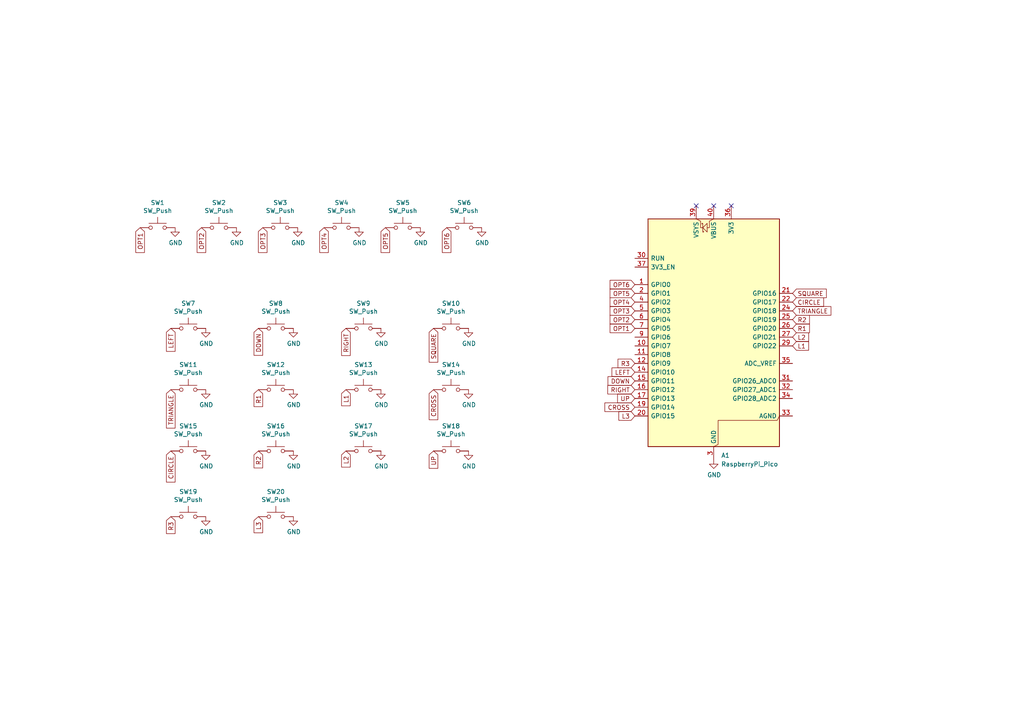
<source format=kicad_sch>
(kicad_sch
	(version 20250114)
	(generator "eeschema")
	(generator_version "9.0")
	(uuid "b3b84562-fb06-4300-bc7e-984c9602b782")
	(paper "A4")
	(lib_symbols
		(symbol "Flatbox-rev1_1-rescue:GND-power"
			(power)
			(pin_names
				(offset 0)
			)
			(exclude_from_sim no)
			(in_bom yes)
			(on_board yes)
			(property "Reference" "#PWR"
				(at 0 -6.35 0)
				(effects
					(font
						(size 1.27 1.27)
					)
					(hide yes)
				)
			)
			(property "Value" "power_GND"
				(at 0 -3.81 0)
				(effects
					(font
						(size 1.27 1.27)
					)
				)
			)
			(property "Footprint" ""
				(at 0 0 0)
				(effects
					(font
						(size 1.27 1.27)
					)
					(hide yes)
				)
			)
			(property "Datasheet" ""
				(at 0 0 0)
				(effects
					(font
						(size 1.27 1.27)
					)
					(hide yes)
				)
			)
			(property "Description" ""
				(at 0 0 0)
				(effects
					(font
						(size 1.27 1.27)
					)
					(hide yes)
				)
			)
			(symbol "GND-power_0_1"
				(polyline
					(pts
						(xy 0 0) (xy 0 -1.27) (xy 1.27 -1.27) (xy 0 -2.54) (xy -1.27 -1.27) (xy 0 -1.27)
					)
					(stroke
						(width 0)
						(type solid)
					)
					(fill
						(type none)
					)
				)
			)
			(symbol "GND-power_1_1"
				(pin power_in line
					(at 0 0 270)
					(length 0)
					(hide yes)
					(name "GND"
						(effects
							(font
								(size 1.27 1.27)
							)
						)
					)
					(number "1"
						(effects
							(font
								(size 1.27 1.27)
							)
						)
					)
				)
			)
			(embedded_fonts no)
		)
		(symbol "MCU_Module:RaspberryPi_Pico"
			(pin_names
				(offset 0.762)
			)
			(exclude_from_sim no)
			(in_bom yes)
			(on_board yes)
			(property "Reference" "A"
				(at -19.05 35.56 0)
				(effects
					(font
						(size 1.27 1.27)
					)
					(justify left)
				)
			)
			(property "Value" "RaspberryPi_Pico"
				(at 7.62 35.56 0)
				(effects
					(font
						(size 1.27 1.27)
					)
					(justify left)
				)
			)
			(property "Footprint" "Module:RaspberryPi_Pico_Common_Unspecified"
				(at 0 -46.99 0)
				(effects
					(font
						(size 1.27 1.27)
					)
					(hide yes)
				)
			)
			(property "Datasheet" "https://datasheets.raspberrypi.com/pico/pico-datasheet.pdf"
				(at 0 -49.53 0)
				(effects
					(font
						(size 1.27 1.27)
					)
					(hide yes)
				)
			)
			(property "Description" "Versatile and inexpensive microcontroller module powered by RP2040 dual-core Arm Cortex-M0+ processor up to 133 MHz, 264kB SRAM, 2MB QSPI flash; also supports Raspberry Pi Pico 2"
				(at 0 -52.07 0)
				(effects
					(font
						(size 1.27 1.27)
					)
					(hide yes)
				)
			)
			(property "ki_keywords" "RP2350A M33 RISC-V Hazard3 usb"
				(at 0 0 0)
				(effects
					(font
						(size 1.27 1.27)
					)
					(hide yes)
				)
			)
			(property "ki_fp_filters" "RaspberryPi?Pico?Common* RaspberryPi?Pico?SMD*"
				(at 0 0 0)
				(effects
					(font
						(size 1.27 1.27)
					)
					(hide yes)
				)
			)
			(symbol "RaspberryPi_Pico_0_1"
				(rectangle
					(start -19.05 34.29)
					(end 19.05 -31.75)
					(stroke
						(width 0.254)
						(type default)
					)
					(fill
						(type background)
					)
				)
				(polyline
					(pts
						(xy -5.08 34.29) (xy -3.81 33.655) (xy -3.81 31.75) (xy -3.175 31.75)
					)
					(stroke
						(width 0)
						(type default)
					)
					(fill
						(type none)
					)
				)
				(polyline
					(pts
						(xy -3.429 32.766) (xy -3.429 33.02) (xy -3.175 33.02) (xy -3.175 30.48) (xy -2.921 30.48) (xy -2.921 30.734)
					)
					(stroke
						(width 0)
						(type default)
					)
					(fill
						(type none)
					)
				)
				(polyline
					(pts
						(xy -3.175 31.75) (xy -1.905 33.02) (xy -1.905 30.48) (xy -3.175 31.75)
					)
					(stroke
						(width 0)
						(type default)
					)
					(fill
						(type none)
					)
				)
				(polyline
					(pts
						(xy 0 34.29) (xy -1.27 33.655) (xy -1.27 31.75) (xy -1.905 31.75)
					)
					(stroke
						(width 0)
						(type default)
					)
					(fill
						(type none)
					)
				)
				(polyline
					(pts
						(xy 0 -31.75) (xy 1.27 -31.115) (xy 1.27 -24.13) (xy 18.415 -24.13) (xy 19.05 -22.86)
					)
					(stroke
						(width 0)
						(type default)
					)
					(fill
						(type none)
					)
				)
			)
			(symbol "RaspberryPi_Pico_1_1"
				(pin passive line
					(at -22.86 22.86 0)
					(length 3.81)
					(name "RUN"
						(effects
							(font
								(size 1.27 1.27)
							)
						)
					)
					(number "30"
						(effects
							(font
								(size 1.27 1.27)
							)
						)
					)
					(alternate "~{RESET}" passive line)
				)
				(pin passive line
					(at -22.86 20.32 0)
					(length 3.81)
					(name "3V3_EN"
						(effects
							(font
								(size 1.27 1.27)
							)
						)
					)
					(number "37"
						(effects
							(font
								(size 1.27 1.27)
							)
						)
					)
					(alternate "~{3V3_DISABLE}" passive line)
				)
				(pin bidirectional line
					(at -22.86 15.24 0)
					(length 3.81)
					(name "GPIO0"
						(effects
							(font
								(size 1.27 1.27)
							)
						)
					)
					(number "1"
						(effects
							(font
								(size 1.27 1.27)
							)
						)
					)
					(alternate "I2C0_SDA" bidirectional line)
					(alternate "PWM0_A" output line)
					(alternate "SPI0_RX" input line)
					(alternate "UART0_TX" output line)
					(alternate "USB_OVCUR_DET" input line)
				)
				(pin bidirectional line
					(at -22.86 12.7 0)
					(length 3.81)
					(name "GPIO1"
						(effects
							(font
								(size 1.27 1.27)
							)
						)
					)
					(number "2"
						(effects
							(font
								(size 1.27 1.27)
							)
						)
					)
					(alternate "I2C0_SCL" bidirectional clock)
					(alternate "PWM0_B" bidirectional line)
					(alternate "UART0_RX" input line)
					(alternate "USB_VBUS_DET" passive line)
					(alternate "~{SPI0_CSn}" bidirectional line)
				)
				(pin bidirectional line
					(at -22.86 10.16 0)
					(length 3.81)
					(name "GPIO2"
						(effects
							(font
								(size 1.27 1.27)
							)
						)
					)
					(number "4"
						(effects
							(font
								(size 1.27 1.27)
							)
						)
					)
					(alternate "I2C1_SDA" bidirectional line)
					(alternate "PWM1_A" output line)
					(alternate "SPI0_SCK" bidirectional clock)
					(alternate "UART0_CTS" input line)
					(alternate "USB_VBUS_EN" output line)
				)
				(pin bidirectional line
					(at -22.86 7.62 0)
					(length 3.81)
					(name "GPIO3"
						(effects
							(font
								(size 1.27 1.27)
							)
						)
					)
					(number "5"
						(effects
							(font
								(size 1.27 1.27)
							)
						)
					)
					(alternate "I2C1_SCL" bidirectional clock)
					(alternate "PWM1_B" bidirectional line)
					(alternate "SPI0_TX" output line)
					(alternate "UART0_RTS" output line)
					(alternate "USB_OVCUR_DET" input line)
				)
				(pin bidirectional line
					(at -22.86 5.08 0)
					(length 3.81)
					(name "GPIO4"
						(effects
							(font
								(size 1.27 1.27)
							)
						)
					)
					(number "6"
						(effects
							(font
								(size 1.27 1.27)
							)
						)
					)
					(alternate "I2C0_SDA" bidirectional line)
					(alternate "PWM2_A" output line)
					(alternate "SPI0_RX" input line)
					(alternate "UART1_TX" output line)
					(alternate "USB_VBUS_DET" input line)
				)
				(pin bidirectional line
					(at -22.86 2.54 0)
					(length 3.81)
					(name "GPIO5"
						(effects
							(font
								(size 1.27 1.27)
							)
						)
					)
					(number "7"
						(effects
							(font
								(size 1.27 1.27)
							)
						)
					)
					(alternate "I2C0_SCL" bidirectional clock)
					(alternate "PWM2_B" bidirectional line)
					(alternate "UART1_RX" input line)
					(alternate "USB_VBUS_EN" output line)
					(alternate "~{SPI0_CSn}" bidirectional line)
				)
				(pin bidirectional line
					(at -22.86 0 0)
					(length 3.81)
					(name "GPIO6"
						(effects
							(font
								(size 1.27 1.27)
							)
						)
					)
					(number "9"
						(effects
							(font
								(size 1.27 1.27)
							)
						)
					)
					(alternate "I2C1_SDA" bidirectional line)
					(alternate "PWM3_A" output line)
					(alternate "SPI0_SCK" bidirectional clock)
					(alternate "UART1_CTS" input line)
					(alternate "USB_OVCUR_DET" input line)
				)
				(pin bidirectional line
					(at -22.86 -2.54 0)
					(length 3.81)
					(name "GPIO7"
						(effects
							(font
								(size 1.27 1.27)
							)
						)
					)
					(number "10"
						(effects
							(font
								(size 1.27 1.27)
							)
						)
					)
					(alternate "I2C1_SCL" bidirectional clock)
					(alternate "PWM3_B" bidirectional line)
					(alternate "SPI0_TX" output line)
					(alternate "UART1_RTS" output line)
					(alternate "USB_VBUS_DET" input line)
				)
				(pin bidirectional line
					(at -22.86 -5.08 0)
					(length 3.81)
					(name "GPIO8"
						(effects
							(font
								(size 1.27 1.27)
							)
						)
					)
					(number "11"
						(effects
							(font
								(size 1.27 1.27)
							)
						)
					)
					(alternate "I2C0_SDA" bidirectional line)
					(alternate "PWM4_A" output line)
					(alternate "SPI1_RX" input line)
					(alternate "UART1_TX" output line)
					(alternate "USB_VBUS_EN" output line)
				)
				(pin bidirectional line
					(at -22.86 -7.62 0)
					(length 3.81)
					(name "GPIO9"
						(effects
							(font
								(size 1.27 1.27)
							)
						)
					)
					(number "12"
						(effects
							(font
								(size 1.27 1.27)
							)
						)
					)
					(alternate "I2C0_SCL" bidirectional clock)
					(alternate "PWM4_B" bidirectional line)
					(alternate "UART1_RX" input line)
					(alternate "USB_OVCUR_DET" input line)
					(alternate "~{SPI1_CSn}" bidirectional line)
				)
				(pin bidirectional line
					(at -22.86 -10.16 0)
					(length 3.81)
					(name "GPIO10"
						(effects
							(font
								(size 1.27 1.27)
							)
						)
					)
					(number "14"
						(effects
							(font
								(size 1.27 1.27)
							)
						)
					)
					(alternate "I2C1_SDA" bidirectional line)
					(alternate "PWM5_A" output line)
					(alternate "SPI1_SCK" bidirectional clock)
					(alternate "UART1_CTS" input line)
					(alternate "USB_VBUS_DET" input line)
				)
				(pin bidirectional line
					(at -22.86 -12.7 0)
					(length 3.81)
					(name "GPIO11"
						(effects
							(font
								(size 1.27 1.27)
							)
						)
					)
					(number "15"
						(effects
							(font
								(size 1.27 1.27)
							)
						)
					)
					(alternate "I2C1_SCL" bidirectional clock)
					(alternate "PWM5_B" bidirectional line)
					(alternate "SPI1_TX" output line)
					(alternate "UART1_RTS" output line)
					(alternate "USB_VBUS_EN" output line)
				)
				(pin bidirectional line
					(at -22.86 -15.24 0)
					(length 3.81)
					(name "GPIO12"
						(effects
							(font
								(size 1.27 1.27)
							)
						)
					)
					(number "16"
						(effects
							(font
								(size 1.27 1.27)
							)
						)
					)
					(alternate "I2C0_SDA" bidirectional line)
					(alternate "PWM6_A" output line)
					(alternate "SPI1_RX" input line)
					(alternate "UART0_TX" output line)
					(alternate "USB_OVCUR_DET" input line)
				)
				(pin bidirectional line
					(at -22.86 -17.78 0)
					(length 3.81)
					(name "GPIO13"
						(effects
							(font
								(size 1.27 1.27)
							)
						)
					)
					(number "17"
						(effects
							(font
								(size 1.27 1.27)
							)
						)
					)
					(alternate "I2C0_SCL" bidirectional clock)
					(alternate "PWM6_B" bidirectional line)
					(alternate "UART0_RX" input line)
					(alternate "USB_VBUS_DET" input line)
					(alternate "~{SPI1_CSn}" bidirectional line)
				)
				(pin bidirectional line
					(at -22.86 -20.32 0)
					(length 3.81)
					(name "GPIO14"
						(effects
							(font
								(size 1.27 1.27)
							)
						)
					)
					(number "19"
						(effects
							(font
								(size 1.27 1.27)
							)
						)
					)
					(alternate "I2C1_SDA" bidirectional line)
					(alternate "PWM7_A" output line)
					(alternate "SPI1_SCK" bidirectional clock)
					(alternate "UART0_CTS" input line)
					(alternate "USB_VBUS_EN" output line)
				)
				(pin bidirectional line
					(at -22.86 -22.86 0)
					(length 3.81)
					(name "GPIO15"
						(effects
							(font
								(size 1.27 1.27)
							)
						)
					)
					(number "20"
						(effects
							(font
								(size 1.27 1.27)
							)
						)
					)
					(alternate "I2C1_SCL" bidirectional clock)
					(alternate "PWM7_B" bidirectional line)
					(alternate "SPI1_TX" output line)
					(alternate "UART0_RTS" output line)
					(alternate "USB_OVCUR_DET" input line)
				)
				(pin power_in line
					(at -5.08 38.1 270)
					(length 3.81)
					(name "VSYS"
						(effects
							(font
								(size 1.27 1.27)
							)
						)
					)
					(number "39"
						(effects
							(font
								(size 1.27 1.27)
							)
						)
					)
					(alternate "VSYS_OUT" power_out line)
				)
				(pin power_out line
					(at 0 38.1 270)
					(length 3.81)
					(name "VBUS"
						(effects
							(font
								(size 1.27 1.27)
							)
						)
					)
					(number "40"
						(effects
							(font
								(size 1.27 1.27)
							)
						)
					)
					(alternate "VBUS_IN" power_in line)
				)
				(pin passive line
					(at 0 -35.56 90)
					(length 3.81)
					(hide yes)
					(name "GND"
						(effects
							(font
								(size 1.27 1.27)
							)
						)
					)
					(number "13"
						(effects
							(font
								(size 1.27 1.27)
							)
						)
					)
				)
				(pin passive line
					(at 0 -35.56 90)
					(length 3.81)
					(hide yes)
					(name "GND"
						(effects
							(font
								(size 1.27 1.27)
							)
						)
					)
					(number "18"
						(effects
							(font
								(size 1.27 1.27)
							)
						)
					)
				)
				(pin passive line
					(at 0 -35.56 90)
					(length 3.81)
					(hide yes)
					(name "GND"
						(effects
							(font
								(size 1.27 1.27)
							)
						)
					)
					(number "23"
						(effects
							(font
								(size 1.27 1.27)
							)
						)
					)
				)
				(pin passive line
					(at 0 -35.56 90)
					(length 3.81)
					(hide yes)
					(name "GND"
						(effects
							(font
								(size 1.27 1.27)
							)
						)
					)
					(number "28"
						(effects
							(font
								(size 1.27 1.27)
							)
						)
					)
				)
				(pin power_out line
					(at 0 -35.56 90)
					(length 3.81)
					(name "GND"
						(effects
							(font
								(size 1.27 1.27)
							)
						)
					)
					(number "3"
						(effects
							(font
								(size 1.27 1.27)
							)
						)
					)
					(alternate "GND_IN" power_in line)
				)
				(pin passive line
					(at 0 -35.56 90)
					(length 3.81)
					(hide yes)
					(name "GND"
						(effects
							(font
								(size 1.27 1.27)
							)
						)
					)
					(number "38"
						(effects
							(font
								(size 1.27 1.27)
							)
						)
					)
				)
				(pin passive line
					(at 0 -35.56 90)
					(length 3.81)
					(hide yes)
					(name "GND"
						(effects
							(font
								(size 1.27 1.27)
							)
						)
					)
					(number "8"
						(effects
							(font
								(size 1.27 1.27)
							)
						)
					)
				)
				(pin power_out line
					(at 5.08 38.1 270)
					(length 3.81)
					(name "3V3"
						(effects
							(font
								(size 1.27 1.27)
							)
						)
					)
					(number "36"
						(effects
							(font
								(size 1.27 1.27)
							)
						)
					)
				)
				(pin bidirectional line
					(at 22.86 12.7 180)
					(length 3.81)
					(name "GPIO16"
						(effects
							(font
								(size 1.27 1.27)
							)
						)
					)
					(number "21"
						(effects
							(font
								(size 1.27 1.27)
							)
						)
					)
					(alternate "I2C0_SDA" bidirectional line)
					(alternate "PWM0_A" output line)
					(alternate "SPI0_RX" input line)
					(alternate "UART0_TX" output line)
					(alternate "USB_VBUS_DET" input line)
				)
				(pin bidirectional line
					(at 22.86 10.16 180)
					(length 3.81)
					(name "GPIO17"
						(effects
							(font
								(size 1.27 1.27)
							)
						)
					)
					(number "22"
						(effects
							(font
								(size 1.27 1.27)
							)
						)
					)
					(alternate "I2C0_SCL" bidirectional clock)
					(alternate "PWM0_B" bidirectional line)
					(alternate "UART0_RX" input line)
					(alternate "USB_VBUS_EN" output line)
					(alternate "~{SPI0_CSn}" bidirectional line)
				)
				(pin bidirectional line
					(at 22.86 7.62 180)
					(length 3.81)
					(name "GPIO18"
						(effects
							(font
								(size 1.27 1.27)
							)
						)
					)
					(number "24"
						(effects
							(font
								(size 1.27 1.27)
							)
						)
					)
					(alternate "I2C1_SDA" bidirectional line)
					(alternate "PWM1_A" output line)
					(alternate "SPI0_SCK" bidirectional clock)
					(alternate "UART0_CTS" input line)
					(alternate "USB_OVCUR_DET" input line)
				)
				(pin bidirectional line
					(at 22.86 5.08 180)
					(length 3.81)
					(name "GPIO19"
						(effects
							(font
								(size 1.27 1.27)
							)
						)
					)
					(number "25"
						(effects
							(font
								(size 1.27 1.27)
							)
						)
					)
					(alternate "I2C1_SCL" bidirectional clock)
					(alternate "PWM1_B" bidirectional line)
					(alternate "SPI0_TX" output line)
					(alternate "UART0_RTS" output line)
					(alternate "USB_VBUS_DET" input line)
				)
				(pin bidirectional line
					(at 22.86 2.54 180)
					(length 3.81)
					(name "GPIO20"
						(effects
							(font
								(size 1.27 1.27)
							)
						)
					)
					(number "26"
						(effects
							(font
								(size 1.27 1.27)
							)
						)
					)
					(alternate "CLOCK_GPIN0" input clock)
					(alternate "I2C0_SDA" bidirectional line)
					(alternate "PWM2_A" output line)
					(alternate "SPI0_RX" input line)
					(alternate "UART1_TX" output line)
					(alternate "USB_VBUS_EN" output line)
				)
				(pin bidirectional line
					(at 22.86 0 180)
					(length 3.81)
					(name "GPIO21"
						(effects
							(font
								(size 1.27 1.27)
							)
						)
					)
					(number "27"
						(effects
							(font
								(size 1.27 1.27)
							)
						)
					)
					(alternate "CLOCK_GPOUT0" output clock)
					(alternate "I2C0_SCL" bidirectional clock)
					(alternate "PWM2_B" bidirectional line)
					(alternate "UART1_RX" input line)
					(alternate "USB_OVCUR_DET" input line)
					(alternate "~{SPI0_CSn}" bidirectional line)
				)
				(pin bidirectional line
					(at 22.86 -2.54 180)
					(length 3.81)
					(name "GPIO22"
						(effects
							(font
								(size 1.27 1.27)
							)
						)
					)
					(number "29"
						(effects
							(font
								(size 1.27 1.27)
							)
						)
					)
					(alternate "CLOCK_GPIN1" input clock)
					(alternate "I2C1_SDA" bidirectional line)
					(alternate "PWM3_A" output line)
					(alternate "SPI0_SCK" bidirectional clock)
					(alternate "UART1_CTS" input line)
					(alternate "USB_VBUS_DET" input line)
				)
				(pin power_in line
					(at 22.86 -7.62 180)
					(length 3.81)
					(name "ADC_VREF"
						(effects
							(font
								(size 1.27 1.27)
							)
						)
					)
					(number "35"
						(effects
							(font
								(size 1.27 1.27)
							)
						)
					)
				)
				(pin bidirectional line
					(at 22.86 -12.7 180)
					(length 3.81)
					(name "GPIO26_ADC0"
						(effects
							(font
								(size 1.27 1.27)
							)
						)
					)
					(number "31"
						(effects
							(font
								(size 1.27 1.27)
							)
						)
					)
					(alternate "ADC0" input line)
					(alternate "GPIO26" bidirectional line)
					(alternate "I2C1_SDA" bidirectional line)
					(alternate "PWM5_A" output line)
					(alternate "SPI1_SCK" bidirectional clock)
					(alternate "UART1_CTS" input line)
					(alternate "USB_VBUS_EN" output line)
				)
				(pin bidirectional line
					(at 22.86 -15.24 180)
					(length 3.81)
					(name "GPIO27_ADC1"
						(effects
							(font
								(size 1.27 1.27)
							)
						)
					)
					(number "32"
						(effects
							(font
								(size 1.27 1.27)
							)
						)
					)
					(alternate "ADC1" input line)
					(alternate "GPIO27" bidirectional line)
					(alternate "I2C1_SCL" bidirectional clock)
					(alternate "PWM5_B" bidirectional line)
					(alternate "SPI1_TX" output line)
					(alternate "UART1_RTS" output line)
					(alternate "USB_OVCUR_DET" input line)
				)
				(pin bidirectional line
					(at 22.86 -17.78 180)
					(length 3.81)
					(name "GPIO28_ADC2"
						(effects
							(font
								(size 1.27 1.27)
							)
						)
					)
					(number "34"
						(effects
							(font
								(size 1.27 1.27)
							)
						)
					)
					(alternate "ADC2" input line)
					(alternate "GPIO28" bidirectional line)
					(alternate "I2C0_SDA" bidirectional line)
					(alternate "PWM6_A" output line)
					(alternate "SPI1_RX" input line)
					(alternate "UART0_TX" output line)
					(alternate "USB_VBUS_DET" input line)
				)
				(pin power_out line
					(at 22.86 -22.86 180)
					(length 3.81)
					(name "AGND"
						(effects
							(font
								(size 1.27 1.27)
							)
						)
					)
					(number "33"
						(effects
							(font
								(size 1.27 1.27)
							)
						)
					)
					(alternate "GND" passive line)
				)
			)
			(embedded_fonts no)
		)
		(symbol "Switch:SW_Push"
			(pin_numbers
				(hide yes)
			)
			(pin_names
				(offset 1.016)
				(hide yes)
			)
			(exclude_from_sim no)
			(in_bom yes)
			(on_board yes)
			(property "Reference" "SW"
				(at 1.27 2.54 0)
				(effects
					(font
						(size 1.27 1.27)
					)
					(justify left)
				)
			)
			(property "Value" "SW_Push"
				(at 0 -1.524 0)
				(effects
					(font
						(size 1.27 1.27)
					)
				)
			)
			(property "Footprint" ""
				(at 0 5.08 0)
				(effects
					(font
						(size 1.27 1.27)
					)
					(hide yes)
				)
			)
			(property "Datasheet" "~"
				(at 0 5.08 0)
				(effects
					(font
						(size 1.27 1.27)
					)
					(hide yes)
				)
			)
			(property "Description" "Push button switch, generic, two pins"
				(at 0 0 0)
				(effects
					(font
						(size 1.27 1.27)
					)
					(hide yes)
				)
			)
			(property "ki_keywords" "switch normally-open pushbutton push-button"
				(at 0 0 0)
				(effects
					(font
						(size 1.27 1.27)
					)
					(hide yes)
				)
			)
			(symbol "SW_Push_0_1"
				(circle
					(center -2.032 0)
					(radius 0.508)
					(stroke
						(width 0)
						(type default)
					)
					(fill
						(type none)
					)
				)
				(polyline
					(pts
						(xy 0 1.27) (xy 0 3.048)
					)
					(stroke
						(width 0)
						(type default)
					)
					(fill
						(type none)
					)
				)
				(circle
					(center 2.032 0)
					(radius 0.508)
					(stroke
						(width 0)
						(type default)
					)
					(fill
						(type none)
					)
				)
				(polyline
					(pts
						(xy 2.54 1.27) (xy -2.54 1.27)
					)
					(stroke
						(width 0)
						(type default)
					)
					(fill
						(type none)
					)
				)
				(pin passive line
					(at -5.08 0 0)
					(length 2.54)
					(name "1"
						(effects
							(font
								(size 1.27 1.27)
							)
						)
					)
					(number "1"
						(effects
							(font
								(size 1.27 1.27)
							)
						)
					)
				)
				(pin passive line
					(at 5.08 0 180)
					(length 2.54)
					(name "2"
						(effects
							(font
								(size 1.27 1.27)
							)
						)
					)
					(number "2"
						(effects
							(font
								(size 1.27 1.27)
							)
						)
					)
				)
			)
			(embedded_fonts no)
		)
	)
	(no_connect
		(at 207.01 59.69)
		(uuid "808b405d-931e-4f2e-822a-7d52d71b7d4e")
	)
	(no_connect
		(at 201.93 59.69)
		(uuid "9a36f4de-b705-49e3-85ec-87ea2f25a004")
	)
	(no_connect
		(at 212.09 59.69)
		(uuid "b6fa09f1-7049-439a-b2e9-104385576d34")
	)
	(global_label "L2"
		(shape input)
		(at 229.87 97.79 0)
		(effects
			(font
				(size 1.27 1.27)
			)
			(justify left)
		)
		(uuid "05af39ed-cceb-4664-beb8-c31b69f5508e")
		(property "Intersheetrefs" "${INTERSHEET_REFS}"
			(at 229.87 97.79 0)
			(effects
				(font
					(size 1.27 1.27)
				)
				(hide yes)
			)
		)
	)
	(global_label "DOWN"
		(shape input)
		(at 184.15 110.49 180)
		(effects
			(font
				(size 1.27 1.27)
			)
			(justify right)
		)
		(uuid "0cefef7f-42fb-4532-9992-b7b3ddcab08b")
		(property "Intersheetrefs" "${INTERSHEET_REFS}"
			(at 184.15 110.49 0)
			(effects
				(font
					(size 1.27 1.27)
				)
				(hide yes)
			)
		)
	)
	(global_label "SQUARE"
		(shape input)
		(at 229.87 85.09 0)
		(effects
			(font
				(size 1.27 1.27)
			)
			(justify left)
		)
		(uuid "0d1bddf8-01e5-45b6-bfe6-1358de01b0ca")
		(property "Intersheetrefs" "${INTERSHEET_REFS}"
			(at 229.87 85.09 0)
			(effects
				(font
					(size 1.27 1.27)
				)
				(hide yes)
			)
		)
	)
	(global_label "R1"
		(shape input)
		(at 74.93 113.03 270)
		(effects
			(font
				(size 1.27 1.27)
			)
			(justify right)
		)
		(uuid "23c83138-1d19-4583-9cab-9e6ed53d5a45")
		(property "Intersheetrefs" "${INTERSHEET_REFS}"
			(at 74.93 113.03 0)
			(effects
				(font
					(size 1.27 1.27)
				)
				(hide yes)
			)
		)
	)
	(global_label "OPT1"
		(shape input)
		(at 184.15 95.25 180)
		(effects
			(font
				(size 1.27 1.27)
			)
			(justify right)
		)
		(uuid "26eb5181-782c-45b3-9e10-7b37a20884f3")
		(property "Intersheetrefs" "${INTERSHEET_REFS}"
			(at 184.15 95.25 0)
			(effects
				(font
					(size 1.27 1.27)
				)
				(hide yes)
			)
		)
	)
	(global_label "OPT5"
		(shape input)
		(at 111.76 66.04 270)
		(effects
			(font
				(size 1.27 1.27)
			)
			(justify right)
		)
		(uuid "288996bc-2c74-4cda-8816-fabc85936699")
		(property "Intersheetrefs" "${INTERSHEET_REFS}"
			(at 111.76 66.04 0)
			(effects
				(font
					(size 1.27 1.27)
				)
				(hide yes)
			)
		)
	)
	(global_label "R2"
		(shape input)
		(at 229.87 92.71 0)
		(effects
			(font
				(size 1.27 1.27)
			)
			(justify left)
		)
		(uuid "2af8889e-b254-45d3-abd7-6ad0c75436b5")
		(property "Intersheetrefs" "${INTERSHEET_REFS}"
			(at 229.87 92.71 0)
			(effects
				(font
					(size 1.27 1.27)
				)
				(hide yes)
			)
		)
	)
	(global_label "OPT5"
		(shape input)
		(at 184.15 85.09 180)
		(effects
			(font
				(size 1.27 1.27)
			)
			(justify right)
		)
		(uuid "321efb1f-a43d-448d-952a-7cc3142d9a02")
		(property "Intersheetrefs" "${INTERSHEET_REFS}"
			(at 184.15 85.09 0)
			(effects
				(font
					(size 1.27 1.27)
				)
				(hide yes)
			)
		)
	)
	(global_label "OPT1"
		(shape input)
		(at 40.64 66.04 270)
		(effects
			(font
				(size 1.27 1.27)
			)
			(justify right)
		)
		(uuid "395d9bf3-637e-4f6b-82d3-a380e57618dd")
		(property "Intersheetrefs" "${INTERSHEET_REFS}"
			(at 40.64 66.04 0)
			(effects
				(font
					(size 1.27 1.27)
				)
				(hide yes)
			)
		)
	)
	(global_label "R3"
		(shape input)
		(at 49.53 149.86 270)
		(effects
			(font
				(size 1.27 1.27)
			)
			(justify right)
		)
		(uuid "3bded82a-ac6c-42a9-be5c-d0af9ffd9b17")
		(property "Intersheetrefs" "${INTERSHEET_REFS}"
			(at 49.53 149.86 0)
			(effects
				(font
					(size 1.27 1.27)
				)
				(hide yes)
			)
		)
	)
	(global_label "RIGHT"
		(shape input)
		(at 184.15 113.03 180)
		(effects
			(font
				(size 1.27 1.27)
			)
			(justify right)
		)
		(uuid "416c8051-bc53-4979-9ac6-4320864e0f72")
		(property "Intersheetrefs" "${INTERSHEET_REFS}"
			(at 184.15 113.03 0)
			(effects
				(font
					(size 1.27 1.27)
				)
				(hide yes)
			)
		)
	)
	(global_label "L1"
		(shape input)
		(at 100.33 113.03 270)
		(effects
			(font
				(size 1.27 1.27)
			)
			(justify right)
		)
		(uuid "4563dbc2-1ea1-40da-bc6d-eb5667c158bd")
		(property "Intersheetrefs" "${INTERSHEET_REFS}"
			(at 100.33 113.03 0)
			(effects
				(font
					(size 1.27 1.27)
				)
				(hide yes)
			)
		)
	)
	(global_label "UP"
		(shape input)
		(at 184.15 115.57 180)
		(effects
			(font
				(size 1.27 1.27)
			)
			(justify right)
		)
		(uuid "470f0f04-3fd7-4851-a3e4-d0b7ebbaad2f")
		(property "Intersheetrefs" "${INTERSHEET_REFS}"
			(at 184.15 115.57 0)
			(effects
				(font
					(size 1.27 1.27)
				)
				(hide yes)
			)
		)
	)
	(global_label "L3"
		(shape input)
		(at 74.93 149.86 270)
		(effects
			(font
				(size 1.27 1.27)
			)
			(justify right)
		)
		(uuid "4d16721a-781e-4d81-94d4-3437f5972614")
		(property "Intersheetrefs" "${INTERSHEET_REFS}"
			(at 74.93 149.86 0)
			(effects
				(font
					(size 1.27 1.27)
				)
				(hide yes)
			)
		)
	)
	(global_label "OPT2"
		(shape input)
		(at 58.42 66.04 270)
		(effects
			(font
				(size 1.27 1.27)
			)
			(justify right)
		)
		(uuid "5090fdf1-37a1-499a-8f14-1afb6b0423f2")
		(property "Intersheetrefs" "${INTERSHEET_REFS}"
			(at 58.42 66.04 0)
			(effects
				(font
					(size 1.27 1.27)
				)
				(hide yes)
			)
		)
	)
	(global_label "OPT4"
		(shape input)
		(at 93.98 66.04 270)
		(effects
			(font
				(size 1.27 1.27)
			)
			(justify right)
		)
		(uuid "51a82e32-92ad-4f51-b44a-90d2ed4bd63b")
		(property "Intersheetrefs" "${INTERSHEET_REFS}"
			(at 93.98 66.04 0)
			(effects
				(font
					(size 1.27 1.27)
				)
				(hide yes)
			)
		)
	)
	(global_label "OPT3"
		(shape input)
		(at 184.15 90.17 180)
		(effects
			(font
				(size 1.27 1.27)
			)
			(justify right)
		)
		(uuid "549b5586-2471-4c74-8817-aacb6e73a86d")
		(property "Intersheetrefs" "${INTERSHEET_REFS}"
			(at 184.15 90.17 0)
			(effects
				(font
					(size 1.27 1.27)
				)
				(hide yes)
			)
		)
	)
	(global_label "CROSS"
		(shape input)
		(at 125.73 113.03 270)
		(effects
			(font
				(size 1.27 1.27)
			)
			(justify right)
		)
		(uuid "555ad954-ed31-4407-bf2a-68a29cd472fc")
		(property "Intersheetrefs" "${INTERSHEET_REFS}"
			(at 125.73 113.03 0)
			(effects
				(font
					(size 1.27 1.27)
				)
				(hide yes)
			)
		)
	)
	(global_label "L1"
		(shape input)
		(at 229.87 100.33 0)
		(effects
			(font
				(size 1.27 1.27)
			)
			(justify left)
		)
		(uuid "592e34fd-bba4-400a-9566-b67b5381dabc")
		(property "Intersheetrefs" "${INTERSHEET_REFS}"
			(at 229.87 100.33 0)
			(effects
				(font
					(size 1.27 1.27)
				)
				(hide yes)
			)
		)
	)
	(global_label "LEFT"
		(shape input)
		(at 49.53 95.25 270)
		(effects
			(font
				(size 1.27 1.27)
			)
			(justify right)
		)
		(uuid "5beadce6-f7b3-4ed1-b242-9a81d57dfc29")
		(property "Intersheetrefs" "${INTERSHEET_REFS}"
			(at 49.53 95.25 0)
			(effects
				(font
					(size 1.27 1.27)
				)
				(hide yes)
			)
		)
	)
	(global_label "R3"
		(shape input)
		(at 184.15 105.41 180)
		(effects
			(font
				(size 1.27 1.27)
			)
			(justify right)
		)
		(uuid "69cce5a5-6985-4ef3-bbc0-12dd735b9bde")
		(property "Intersheetrefs" "${INTERSHEET_REFS}"
			(at 184.15 105.41 90)
			(effects
				(font
					(size 1.27 1.27)
				)
				(hide yes)
			)
		)
	)
	(global_label "DOWN"
		(shape input)
		(at 74.93 95.25 270)
		(effects
			(font
				(size 1.27 1.27)
			)
			(justify right)
		)
		(uuid "6f9716d6-8ece-43bc-a0b9-afcb99431b9d")
		(property "Intersheetrefs" "${INTERSHEET_REFS}"
			(at 74.93 95.25 0)
			(effects
				(font
					(size 1.27 1.27)
				)
				(hide yes)
			)
		)
	)
	(global_label "CIRCLE"
		(shape input)
		(at 229.87 87.63 0)
		(effects
			(font
				(size 1.27 1.27)
			)
			(justify left)
		)
		(uuid "7d118648-7f52-4027-b923-1300071cfd60")
		(property "Intersheetrefs" "${INTERSHEET_REFS}"
			(at 229.87 87.63 0)
			(effects
				(font
					(size 1.27 1.27)
				)
				(hide yes)
			)
		)
	)
	(global_label "OPT6"
		(shape input)
		(at 129.54 66.04 270)
		(effects
			(font
				(size 1.27 1.27)
			)
			(justify right)
		)
		(uuid "84799fc3-bf97-4b9a-80f7-53559ccae637")
		(property "Intersheetrefs" "${INTERSHEET_REFS}"
			(at 129.54 66.04 0)
			(effects
				(font
					(size 1.27 1.27)
				)
				(hide yes)
			)
		)
	)
	(global_label "OPT2"
		(shape input)
		(at 184.15 92.71 180)
		(effects
			(font
				(size 1.27 1.27)
			)
			(justify right)
		)
		(uuid "87003950-dca5-431b-bb08-a2fc3dbaa49d")
		(property "Intersheetrefs" "${INTERSHEET_REFS}"
			(at 184.15 92.71 0)
			(effects
				(font
					(size 1.27 1.27)
				)
				(hide yes)
			)
		)
	)
	(global_label "UP"
		(shape input)
		(at 125.73 130.81 270)
		(effects
			(font
				(size 1.27 1.27)
			)
			(justify right)
		)
		(uuid "8a69f66c-cade-4a3f-88a8-919a5016d236")
		(property "Intersheetrefs" "${INTERSHEET_REFS}"
			(at 125.73 130.81 0)
			(effects
				(font
					(size 1.27 1.27)
				)
				(hide yes)
			)
		)
	)
	(global_label "L3"
		(shape input)
		(at 184.15 120.65 180)
		(effects
			(font
				(size 1.27 1.27)
			)
			(justify right)
		)
		(uuid "8b0122e3-2da7-44e2-ac9f-a23981c98a76")
		(property "Intersheetrefs" "${INTERSHEET_REFS}"
			(at 184.15 120.65 90)
			(effects
				(font
					(size 1.27 1.27)
				)
				(hide yes)
			)
		)
	)
	(global_label "R1"
		(shape input)
		(at 229.87 95.25 0)
		(effects
			(font
				(size 1.27 1.27)
			)
			(justify left)
		)
		(uuid "8c6900bd-251a-4957-bade-08bf695c93ff")
		(property "Intersheetrefs" "${INTERSHEET_REFS}"
			(at 229.87 95.25 0)
			(effects
				(font
					(size 1.27 1.27)
				)
				(hide yes)
			)
		)
	)
	(global_label "OPT3"
		(shape input)
		(at 76.2 66.04 270)
		(effects
			(font
				(size 1.27 1.27)
			)
			(justify right)
		)
		(uuid "a49aa965-9c5b-43b7-95ae-663d999de4ef")
		(property "Intersheetrefs" "${INTERSHEET_REFS}"
			(at 76.2 66.04 0)
			(effects
				(font
					(size 1.27 1.27)
				)
				(hide yes)
			)
		)
	)
	(global_label "LEFT"
		(shape input)
		(at 184.15 107.95 180)
		(effects
			(font
				(size 1.27 1.27)
			)
			(justify right)
		)
		(uuid "a6a50089-42ef-493b-a47d-c6d582bde99b")
		(property "Intersheetrefs" "${INTERSHEET_REFS}"
			(at 184.15 107.95 0)
			(effects
				(font
					(size 1.27 1.27)
				)
				(hide yes)
			)
		)
	)
	(global_label "TRIANGLE"
		(shape input)
		(at 229.87 90.17 0)
		(effects
			(font
				(size 1.27 1.27)
			)
			(justify left)
		)
		(uuid "aa0c13e8-ce3a-411e-9f6a-e0d6d41a2802")
		(property "Intersheetrefs" "${INTERSHEET_REFS}"
			(at 229.87 90.17 0)
			(effects
				(font
					(size 1.27 1.27)
				)
				(hide yes)
			)
		)
	)
	(global_label "RIGHT"
		(shape input)
		(at 100.33 95.25 270)
		(effects
			(font
				(size 1.27 1.27)
			)
			(justify right)
		)
		(uuid "c757926d-3929-42f2-95fb-14080f771447")
		(property "Intersheetrefs" "${INTERSHEET_REFS}"
			(at 100.33 95.25 0)
			(effects
				(font
					(size 1.27 1.27)
				)
				(hide yes)
			)
		)
	)
	(global_label "R2"
		(shape input)
		(at 74.93 130.81 270)
		(effects
			(font
				(size 1.27 1.27)
			)
			(justify right)
		)
		(uuid "cd7ee14e-e27a-420c-9f7e-b9b379c67b6d")
		(property "Intersheetrefs" "${INTERSHEET_REFS}"
			(at 74.93 130.81 0)
			(effects
				(font
					(size 1.27 1.27)
				)
				(hide yes)
			)
		)
	)
	(global_label "OPT4"
		(shape input)
		(at 184.15 87.63 180)
		(effects
			(font
				(size 1.27 1.27)
			)
			(justify right)
		)
		(uuid "d0da1ae9-aa04-4eed-806d-339a39fe0956")
		(property "Intersheetrefs" "${INTERSHEET_REFS}"
			(at 184.15 87.63 0)
			(effects
				(font
					(size 1.27 1.27)
				)
				(hide yes)
			)
		)
	)
	(global_label "TRIANGLE"
		(shape input)
		(at 49.53 113.03 270)
		(effects
			(font
				(size 1.27 1.27)
			)
			(justify right)
		)
		(uuid "d21c1752-7df5-49da-9987-abbd7e986f6b")
		(property "Intersheetrefs" "${INTERSHEET_REFS}"
			(at 49.53 113.03 0)
			(effects
				(font
					(size 1.27 1.27)
				)
				(hide yes)
			)
		)
	)
	(global_label "SQUARE"
		(shape input)
		(at 125.73 95.25 270)
		(effects
			(font
				(size 1.27 1.27)
			)
			(justify right)
		)
		(uuid "df9142e3-f57c-40f1-be62-42a7f1f4057e")
		(property "Intersheetrefs" "${INTERSHEET_REFS}"
			(at 125.73 95.25 0)
			(effects
				(font
					(size 1.27 1.27)
				)
				(hide yes)
			)
		)
	)
	(global_label "L2"
		(shape input)
		(at 100.33 130.81 270)
		(effects
			(font
				(size 1.27 1.27)
			)
			(justify right)
		)
		(uuid "e52d7c8b-49a7-47cb-91bd-5b187d3e4cbf")
		(property "Intersheetrefs" "${INTERSHEET_REFS}"
			(at 100.33 130.81 0)
			(effects
				(font
					(size 1.27 1.27)
				)
				(hide yes)
			)
		)
	)
	(global_label "CIRCLE"
		(shape input)
		(at 49.53 130.81 270)
		(effects
			(font
				(size 1.27 1.27)
			)
			(justify right)
		)
		(uuid "e5befcea-9b57-4ebf-8185-b0badee67c0c")
		(property "Intersheetrefs" "${INTERSHEET_REFS}"
			(at 49.53 130.81 0)
			(effects
				(font
					(size 1.27 1.27)
				)
				(hide yes)
			)
		)
	)
	(global_label "OPT6"
		(shape input)
		(at 184.15 82.55 180)
		(effects
			(font
				(size 1.27 1.27)
			)
			(justify right)
		)
		(uuid "e5f99d44-6edf-4724-bdee-c6ba5ad502c4")
		(property "Intersheetrefs" "${INTERSHEET_REFS}"
			(at 184.15 82.55 0)
			(effects
				(font
					(size 1.27 1.27)
				)
				(hide yes)
			)
		)
	)
	(global_label "CROSS"
		(shape input)
		(at 184.15 118.11 180)
		(effects
			(font
				(size 1.27 1.27)
			)
			(justify right)
		)
		(uuid "f4459f30-1932-4766-911d-a32e596ae4d5")
		(property "Intersheetrefs" "${INTERSHEET_REFS}"
			(at 184.15 118.11 0)
			(effects
				(font
					(size 1.27 1.27)
				)
				(hide yes)
			)
		)
	)
	(symbol
		(lib_id "Switch:SW_Push")
		(at 45.72 66.04 0)
		(unit 1)
		(exclude_from_sim no)
		(in_bom yes)
		(on_board yes)
		(dnp no)
		(uuid "00000000-0000-0000-0000-000060e24ed8")
		(property "Reference" "SW1"
			(at 45.72 58.801 0)
			(effects
				(font
					(size 1.27 1.27)
				)
			)
		)
		(property "Value" "SW_Push"
			(at 45.72 61.1124 0)
			(effects
				(font
					(size 1.27 1.27)
				)
			)
		)
		(property "Footprint" "Button_Switch_THT:SW_PUSH_6mm_H5mm"
			(at 45.72 60.96 0)
			(effects
				(font
					(size 1.27 1.27)
				)
				(hide yes)
			)
		)
		(property "Datasheet" "~"
			(at 45.72 60.96 0)
			(effects
				(font
					(size 1.27 1.27)
				)
				(hide yes)
			)
		)
		(property "Description" ""
			(at 45.72 66.04 0)
			(effects
				(font
					(size 1.27 1.27)
				)
			)
		)
		(pin "2"
			(uuid "1efd42b1-f901-4023-8516-a750690e7248")
		)
		(pin "1"
			(uuid "6bb67927-4e50-4d50-8d78-033e12978fa0")
		)
		(instances
			(project ""
				(path "/b3b84562-fb06-4300-bc7e-984c9602b782"
					(reference "SW1")
					(unit 1)
				)
			)
		)
	)
	(symbol
		(lib_id "Switch:SW_Push")
		(at 63.5 66.04 0)
		(unit 1)
		(exclude_from_sim no)
		(in_bom yes)
		(on_board yes)
		(dnp no)
		(uuid "00000000-0000-0000-0000-000060e26611")
		(property "Reference" "SW2"
			(at 63.5 58.801 0)
			(effects
				(font
					(size 1.27 1.27)
				)
			)
		)
		(property "Value" "SW_Push"
			(at 63.5 61.1124 0)
			(effects
				(font
					(size 1.27 1.27)
				)
			)
		)
		(property "Footprint" "Button_Switch_THT:SW_PUSH_6mm_H5mm"
			(at 63.5 60.96 0)
			(effects
				(font
					(size 1.27 1.27)
				)
				(hide yes)
			)
		)
		(property "Datasheet" "~"
			(at 63.5 60.96 0)
			(effects
				(font
					(size 1.27 1.27)
				)
				(hide yes)
			)
		)
		(property "Description" ""
			(at 63.5 66.04 0)
			(effects
				(font
					(size 1.27 1.27)
				)
			)
		)
		(pin "1"
			(uuid "a954ce7a-211d-4b90-a50c-a54a403e0934")
		)
		(pin "2"
			(uuid "fcd4c523-233e-442e-b6b8-66a3086d0fd4")
		)
		(instances
			(project ""
				(path "/b3b84562-fb06-4300-bc7e-984c9602b782"
					(reference "SW2")
					(unit 1)
				)
			)
		)
	)
	(symbol
		(lib_id "Switch:SW_Push")
		(at 81.28 66.04 0)
		(unit 1)
		(exclude_from_sim no)
		(in_bom yes)
		(on_board yes)
		(dnp no)
		(uuid "00000000-0000-0000-0000-000060e26c90")
		(property "Reference" "SW3"
			(at 81.28 58.801 0)
			(effects
				(font
					(size 1.27 1.27)
				)
			)
		)
		(property "Value" "SW_Push"
			(at 81.28 61.1124 0)
			(effects
				(font
					(size 1.27 1.27)
				)
			)
		)
		(property "Footprint" "Button_Switch_THT:SW_PUSH_6mm_H5mm"
			(at 81.28 60.96 0)
			(effects
				(font
					(size 1.27 1.27)
				)
				(hide yes)
			)
		)
		(property "Datasheet" "~"
			(at 81.28 60.96 0)
			(effects
				(font
					(size 1.27 1.27)
				)
				(hide yes)
			)
		)
		(property "Description" ""
			(at 81.28 66.04 0)
			(effects
				(font
					(size 1.27 1.27)
				)
			)
		)
		(pin "2"
			(uuid "db45ca40-feae-4c4c-b279-3feda05bb6c5")
		)
		(pin "1"
			(uuid "410524b3-1486-4733-9d07-320b66880484")
		)
		(instances
			(project ""
				(path "/b3b84562-fb06-4300-bc7e-984c9602b782"
					(reference "SW3")
					(unit 1)
				)
			)
		)
	)
	(symbol
		(lib_id "Switch:SW_Push")
		(at 99.06 66.04 0)
		(unit 1)
		(exclude_from_sim no)
		(in_bom yes)
		(on_board yes)
		(dnp no)
		(uuid "00000000-0000-0000-0000-000060e272b9")
		(property "Reference" "SW4"
			(at 99.06 58.801 0)
			(effects
				(font
					(size 1.27 1.27)
				)
			)
		)
		(property "Value" "SW_Push"
			(at 99.06 61.1124 0)
			(effects
				(font
					(size 1.27 1.27)
				)
			)
		)
		(property "Footprint" "Button_Switch_THT:SW_PUSH_6mm_H5mm"
			(at 99.06 60.96 0)
			(effects
				(font
					(size 1.27 1.27)
				)
				(hide yes)
			)
		)
		(property "Datasheet" "~"
			(at 99.06 60.96 0)
			(effects
				(font
					(size 1.27 1.27)
				)
				(hide yes)
			)
		)
		(property "Description" ""
			(at 99.06 66.04 0)
			(effects
				(font
					(size 1.27 1.27)
				)
			)
		)
		(pin "1"
			(uuid "0ce96e56-7896-498a-b6e0-f1204638805d")
		)
		(pin "2"
			(uuid "e235e8b4-2c44-4a7b-bacc-ee81eb126eb3")
		)
		(instances
			(project ""
				(path "/b3b84562-fb06-4300-bc7e-984c9602b782"
					(reference "SW4")
					(unit 1)
				)
			)
		)
	)
	(symbol
		(lib_id "Switch:SW_Push")
		(at 116.84 66.04 0)
		(unit 1)
		(exclude_from_sim no)
		(in_bom yes)
		(on_board yes)
		(dnp no)
		(uuid "00000000-0000-0000-0000-000060e27d9a")
		(property "Reference" "SW5"
			(at 116.84 58.801 0)
			(effects
				(font
					(size 1.27 1.27)
				)
			)
		)
		(property "Value" "SW_Push"
			(at 116.84 61.1124 0)
			(effects
				(font
					(size 1.27 1.27)
				)
			)
		)
		(property "Footprint" "Button_Switch_THT:SW_PUSH_6mm_H5mm"
			(at 116.84 60.96 0)
			(effects
				(font
					(size 1.27 1.27)
				)
				(hide yes)
			)
		)
		(property "Datasheet" "~"
			(at 116.84 60.96 0)
			(effects
				(font
					(size 1.27 1.27)
				)
				(hide yes)
			)
		)
		(property "Description" ""
			(at 116.84 66.04 0)
			(effects
				(font
					(size 1.27 1.27)
				)
			)
		)
		(pin "2"
			(uuid "d1c38e3e-3d10-4659-8cbb-7414df727b62")
		)
		(pin "1"
			(uuid "3f1681f5-7476-41fd-bae1-9226f4a11f3f")
		)
		(instances
			(project ""
				(path "/b3b84562-fb06-4300-bc7e-984c9602b782"
					(reference "SW5")
					(unit 1)
				)
			)
		)
	)
	(symbol
		(lib_id "Switch:SW_Push")
		(at 134.62 66.04 0)
		(unit 1)
		(exclude_from_sim no)
		(in_bom yes)
		(on_board yes)
		(dnp no)
		(uuid "00000000-0000-0000-0000-000060e28459")
		(property "Reference" "SW6"
			(at 134.62 58.801 0)
			(effects
				(font
					(size 1.27 1.27)
				)
			)
		)
		(property "Value" "SW_Push"
			(at 134.62 61.1124 0)
			(effects
				(font
					(size 1.27 1.27)
				)
			)
		)
		(property "Footprint" "Button_Switch_THT:SW_PUSH_6mm_H5mm"
			(at 134.62 60.96 0)
			(effects
				(font
					(size 1.27 1.27)
				)
				(hide yes)
			)
		)
		(property "Datasheet" "~"
			(at 134.62 60.96 0)
			(effects
				(font
					(size 1.27 1.27)
				)
				(hide yes)
			)
		)
		(property "Description" ""
			(at 134.62 66.04 0)
			(effects
				(font
					(size 1.27 1.27)
				)
			)
		)
		(pin "1"
			(uuid "e0d759f5-c440-407e-98dc-fe1987c46595")
		)
		(pin "2"
			(uuid "ec9c476f-0931-417f-985c-892334ad8fd1")
		)
		(instances
			(project ""
				(path "/b3b84562-fb06-4300-bc7e-984c9602b782"
					(reference "SW6")
					(unit 1)
				)
			)
		)
	)
	(symbol
		(lib_id "Flatbox-rev1_1-rescue:GND-power")
		(at 50.8 66.04 0)
		(unit 1)
		(exclude_from_sim no)
		(in_bom yes)
		(on_board yes)
		(dnp no)
		(uuid "00000000-0000-0000-0000-000060e28d2f")
		(property "Reference" "#PWR01"
			(at 50.8 72.39 0)
			(effects
				(font
					(size 1.27 1.27)
				)
				(hide yes)
			)
		)
		(property "Value" "GND"
			(at 50.927 70.4342 0)
			(effects
				(font
					(size 1.27 1.27)
				)
			)
		)
		(property "Footprint" ""
			(at 50.8 66.04 0)
			(effects
				(font
					(size 1.27 1.27)
				)
				(hide yes)
			)
		)
		(property "Datasheet" ""
			(at 50.8 66.04 0)
			(effects
				(font
					(size 1.27 1.27)
				)
				(hide yes)
			)
		)
		(property "Description" ""
			(at 50.8 66.04 0)
			(effects
				(font
					(size 1.27 1.27)
				)
			)
		)
		(pin "1"
			(uuid "b390f43f-2349-469e-8fb2-5cfd936449ed")
		)
		(instances
			(project ""
				(path "/b3b84562-fb06-4300-bc7e-984c9602b782"
					(reference "#PWR01")
					(unit 1)
				)
			)
		)
	)
	(symbol
		(lib_id "Flatbox-rev1_1-rescue:GND-power")
		(at 68.58 66.04 0)
		(unit 1)
		(exclude_from_sim no)
		(in_bom yes)
		(on_board yes)
		(dnp no)
		(uuid "00000000-0000-0000-0000-000060e29d12")
		(property "Reference" "#PWR02"
			(at 68.58 72.39 0)
			(effects
				(font
					(size 1.27 1.27)
				)
				(hide yes)
			)
		)
		(property "Value" "GND"
			(at 68.707 70.4342 0)
			(effects
				(font
					(size 1.27 1.27)
				)
			)
		)
		(property "Footprint" ""
			(at 68.58 66.04 0)
			(effects
				(font
					(size 1.27 1.27)
				)
				(hide yes)
			)
		)
		(property "Datasheet" ""
			(at 68.58 66.04 0)
			(effects
				(font
					(size 1.27 1.27)
				)
				(hide yes)
			)
		)
		(property "Description" ""
			(at 68.58 66.04 0)
			(effects
				(font
					(size 1.27 1.27)
				)
			)
		)
		(pin "1"
			(uuid "57e15f9a-ffe9-4129-a89d-469808c8266e")
		)
		(instances
			(project ""
				(path "/b3b84562-fb06-4300-bc7e-984c9602b782"
					(reference "#PWR02")
					(unit 1)
				)
			)
		)
	)
	(symbol
		(lib_id "Flatbox-rev1_1-rescue:GND-power")
		(at 86.36 66.04 0)
		(unit 1)
		(exclude_from_sim no)
		(in_bom yes)
		(on_board yes)
		(dnp no)
		(uuid "00000000-0000-0000-0000-000060e29ffb")
		(property "Reference" "#PWR03"
			(at 86.36 72.39 0)
			(effects
				(font
					(size 1.27 1.27)
				)
				(hide yes)
			)
		)
		(property "Value" "GND"
			(at 86.487 70.4342 0)
			(effects
				(font
					(size 1.27 1.27)
				)
			)
		)
		(property "Footprint" ""
			(at 86.36 66.04 0)
			(effects
				(font
					(size 1.27 1.27)
				)
				(hide yes)
			)
		)
		(property "Datasheet" ""
			(at 86.36 66.04 0)
			(effects
				(font
					(size 1.27 1.27)
				)
				(hide yes)
			)
		)
		(property "Description" ""
			(at 86.36 66.04 0)
			(effects
				(font
					(size 1.27 1.27)
				)
			)
		)
		(pin "1"
			(uuid "4e1703ce-64b3-4fd7-9af8-8172fdbe691f")
		)
		(instances
			(project ""
				(path "/b3b84562-fb06-4300-bc7e-984c9602b782"
					(reference "#PWR03")
					(unit 1)
				)
			)
		)
	)
	(symbol
		(lib_id "Flatbox-rev1_1-rescue:GND-power")
		(at 104.14 66.04 0)
		(unit 1)
		(exclude_from_sim no)
		(in_bom yes)
		(on_board yes)
		(dnp no)
		(uuid "00000000-0000-0000-0000-000060e2a2ed")
		(property "Reference" "#PWR04"
			(at 104.14 72.39 0)
			(effects
				(font
					(size 1.27 1.27)
				)
				(hide yes)
			)
		)
		(property "Value" "GND"
			(at 104.267 70.4342 0)
			(effects
				(font
					(size 1.27 1.27)
				)
			)
		)
		(property "Footprint" ""
			(at 104.14 66.04 0)
			(effects
				(font
					(size 1.27 1.27)
				)
				(hide yes)
			)
		)
		(property "Datasheet" ""
			(at 104.14 66.04 0)
			(effects
				(font
					(size 1.27 1.27)
				)
				(hide yes)
			)
		)
		(property "Description" ""
			(at 104.14 66.04 0)
			(effects
				(font
					(size 1.27 1.27)
				)
			)
		)
		(pin "1"
			(uuid "4038d20e-9a95-4098-a110-bcfa9905c5fd")
		)
		(instances
			(project ""
				(path "/b3b84562-fb06-4300-bc7e-984c9602b782"
					(reference "#PWR04")
					(unit 1)
				)
			)
		)
	)
	(symbol
		(lib_id "Flatbox-rev1_1-rescue:GND-power")
		(at 121.92 66.04 0)
		(unit 1)
		(exclude_from_sim no)
		(in_bom yes)
		(on_board yes)
		(dnp no)
		(uuid "00000000-0000-0000-0000-000060e2a66e")
		(property "Reference" "#PWR05"
			(at 121.92 72.39 0)
			(effects
				(font
					(size 1.27 1.27)
				)
				(hide yes)
			)
		)
		(property "Value" "GND"
			(at 122.047 70.4342 0)
			(effects
				(font
					(size 1.27 1.27)
				)
			)
		)
		(property "Footprint" ""
			(at 121.92 66.04 0)
			(effects
				(font
					(size 1.27 1.27)
				)
				(hide yes)
			)
		)
		(property "Datasheet" ""
			(at 121.92 66.04 0)
			(effects
				(font
					(size 1.27 1.27)
				)
				(hide yes)
			)
		)
		(property "Description" ""
			(at 121.92 66.04 0)
			(effects
				(font
					(size 1.27 1.27)
				)
			)
		)
		(pin "1"
			(uuid "2ee7e806-3c0f-4218-823d-5acaa58697ae")
		)
		(instances
			(project ""
				(path "/b3b84562-fb06-4300-bc7e-984c9602b782"
					(reference "#PWR05")
					(unit 1)
				)
			)
		)
	)
	(symbol
		(lib_id "Flatbox-rev1_1-rescue:GND-power")
		(at 139.7 66.04 0)
		(unit 1)
		(exclude_from_sim no)
		(in_bom yes)
		(on_board yes)
		(dnp no)
		(uuid "00000000-0000-0000-0000-000060e2a9fe")
		(property "Reference" "#PWR06"
			(at 139.7 72.39 0)
			(effects
				(font
					(size 1.27 1.27)
				)
				(hide yes)
			)
		)
		(property "Value" "GND"
			(at 139.827 70.4342 0)
			(effects
				(font
					(size 1.27 1.27)
				)
			)
		)
		(property "Footprint" ""
			(at 139.7 66.04 0)
			(effects
				(font
					(size 1.27 1.27)
				)
				(hide yes)
			)
		)
		(property "Datasheet" ""
			(at 139.7 66.04 0)
			(effects
				(font
					(size 1.27 1.27)
				)
				(hide yes)
			)
		)
		(property "Description" ""
			(at 139.7 66.04 0)
			(effects
				(font
					(size 1.27 1.27)
				)
			)
		)
		(pin "1"
			(uuid "882c8b88-8c04-4470-b944-605bf1c7b8ea")
		)
		(instances
			(project ""
				(path "/b3b84562-fb06-4300-bc7e-984c9602b782"
					(reference "#PWR06")
					(unit 1)
				)
			)
		)
	)
	(symbol
		(lib_id "Switch:SW_Push")
		(at 54.61 95.25 0)
		(unit 1)
		(exclude_from_sim no)
		(in_bom yes)
		(on_board yes)
		(dnp no)
		(uuid "00000000-0000-0000-0000-000060ebc7d7")
		(property "Reference" "SW7"
			(at 54.61 88.011 0)
			(effects
				(font
					(size 1.27 1.27)
				)
			)
		)
		(property "Value" "SW_Push"
			(at 54.61 90.3224 0)
			(effects
				(font
					(size 1.27 1.27)
				)
			)
		)
		(property "Footprint" "Kailh:Kailh_socket_PG1350_optional"
			(at 54.61 90.17 0)
			(effects
				(font
					(size 1.27 1.27)
				)
				(hide yes)
			)
		)
		(property "Datasheet" "~"
			(at 54.61 90.17 0)
			(effects
				(font
					(size 1.27 1.27)
				)
				(hide yes)
			)
		)
		(property "Description" ""
			(at 54.61 95.25 0)
			(effects
				(font
					(size 1.27 1.27)
				)
			)
		)
		(pin "1"
			(uuid "efa44641-8890-4325-a3a2-13dd441a0cff")
		)
		(pin "2"
			(uuid "d605c173-0fba-4a86-b3cc-c5518ab18a69")
		)
		(instances
			(project ""
				(path "/b3b84562-fb06-4300-bc7e-984c9602b782"
					(reference "SW7")
					(unit 1)
				)
			)
		)
	)
	(symbol
		(lib_id "Switch:SW_Push")
		(at 130.81 130.81 0)
		(unit 1)
		(exclude_from_sim no)
		(in_bom yes)
		(on_board yes)
		(dnp no)
		(uuid "00000000-0000-0000-0000-000060ec0151")
		(property "Reference" "SW18"
			(at 130.81 123.571 0)
			(effects
				(font
					(size 1.27 1.27)
				)
			)
		)
		(property "Value" "SW_Push"
			(at 130.81 125.8824 0)
			(effects
				(font
					(size 1.27 1.27)
				)
			)
		)
		(property "Footprint" "Kailh:Kailh_socket_PG1350_optional"
			(at 130.81 125.73 0)
			(effects
				(font
					(size 1.27 1.27)
				)
				(hide yes)
			)
		)
		(property "Datasheet" "~"
			(at 130.81 125.73 0)
			(effects
				(font
					(size 1.27 1.27)
				)
				(hide yes)
			)
		)
		(property "Description" ""
			(at 130.81 130.81 0)
			(effects
				(font
					(size 1.27 1.27)
				)
			)
		)
		(pin "2"
			(uuid "ac4a7e68-d7a2-43f5-b2cd-285a6f80a186")
		)
		(pin "1"
			(uuid "20f84c2e-d9ac-4acb-bf92-17bd36fdc81d")
		)
		(instances
			(project ""
				(path "/b3b84562-fb06-4300-bc7e-984c9602b782"
					(reference "SW18")
					(unit 1)
				)
			)
		)
	)
	(symbol
		(lib_id "Switch:SW_Push")
		(at 80.01 113.03 0)
		(unit 1)
		(exclude_from_sim no)
		(in_bom yes)
		(on_board yes)
		(dnp no)
		(uuid "00000000-0000-0000-0000-000060ec0bb3")
		(property "Reference" "SW12"
			(at 80.01 105.791 0)
			(effects
				(font
					(size 1.27 1.27)
				)
			)
		)
		(property "Value" "SW_Push"
			(at 80.01 108.1024 0)
			(effects
				(font
					(size 1.27 1.27)
				)
			)
		)
		(property "Footprint" "Kailh:Kailh_socket_PG1350_optional"
			(at 80.01 107.95 0)
			(effects
				(font
					(size 1.27 1.27)
				)
				(hide yes)
			)
		)
		(property "Datasheet" "~"
			(at 80.01 107.95 0)
			(effects
				(font
					(size 1.27 1.27)
				)
				(hide yes)
			)
		)
		(property "Description" ""
			(at 80.01 113.03 0)
			(effects
				(font
					(size 1.27 1.27)
				)
			)
		)
		(pin "2"
			(uuid "6740d193-4d7e-4c97-8a26-65e3b67ff693")
		)
		(pin "1"
			(uuid "9750157c-9923-4da5-ae0d-06705c268591")
		)
		(instances
			(project ""
				(path "/b3b84562-fb06-4300-bc7e-984c9602b782"
					(reference "SW12")
					(unit 1)
				)
			)
		)
	)
	(symbol
		(lib_id "Switch:SW_Push")
		(at 54.61 130.81 0)
		(unit 1)
		(exclude_from_sim no)
		(in_bom yes)
		(on_board yes)
		(dnp no)
		(uuid "00000000-0000-0000-0000-000060ec0fb1")
		(property "Reference" "SW15"
			(at 54.61 123.571 0)
			(effects
				(font
					(size 1.27 1.27)
				)
			)
		)
		(property "Value" "SW_Push"
			(at 54.61 125.8824 0)
			(effects
				(font
					(size 1.27 1.27)
				)
			)
		)
		(property "Footprint" "Kailh:Kailh_socket_PG1350_optional"
			(at 54.61 125.73 0)
			(effects
				(font
					(size 1.27 1.27)
				)
				(hide yes)
			)
		)
		(property "Datasheet" "~"
			(at 54.61 125.73 0)
			(effects
				(font
					(size 1.27 1.27)
				)
				(hide yes)
			)
		)
		(property "Description" ""
			(at 54.61 130.81 0)
			(effects
				(font
					(size 1.27 1.27)
				)
			)
		)
		(pin "2"
			(uuid "c60ce5dd-552a-4eb6-9fe7-4b894c07678c")
		)
		(pin "1"
			(uuid "c5153099-7428-4611-ad7c-b705c5bb8062")
		)
		(instances
			(project ""
				(path "/b3b84562-fb06-4300-bc7e-984c9602b782"
					(reference "SW15")
					(unit 1)
				)
			)
		)
	)
	(symbol
		(lib_id "Switch:SW_Push")
		(at 80.01 95.25 0)
		(unit 1)
		(exclude_from_sim no)
		(in_bom yes)
		(on_board yes)
		(dnp no)
		(uuid "00000000-0000-0000-0000-000060ec2d3f")
		(property "Reference" "SW8"
			(at 80.01 88.011 0)
			(effects
				(font
					(size 1.27 1.27)
				)
			)
		)
		(property "Value" "SW_Push"
			(at 80.01 90.3224 0)
			(effects
				(font
					(size 1.27 1.27)
				)
			)
		)
		(property "Footprint" "Kailh:Kailh_socket_PG1350_optional"
			(at 80.01 90.17 0)
			(effects
				(font
					(size 1.27 1.27)
				)
				(hide yes)
			)
		)
		(property "Datasheet" "~"
			(at 80.01 90.17 0)
			(effects
				(font
					(size 1.27 1.27)
				)
				(hide yes)
			)
		)
		(property "Description" ""
			(at 80.01 95.25 0)
			(effects
				(font
					(size 1.27 1.27)
				)
			)
		)
		(pin "2"
			(uuid "d19bcb85-bd9c-4aa3-b9b7-46eddfacf732")
		)
		(pin "1"
			(uuid "0018fcf8-17a0-4363-9dc3-f15f801d02da")
		)
		(instances
			(project ""
				(path "/b3b84562-fb06-4300-bc7e-984c9602b782"
					(reference "SW8")
					(unit 1)
				)
			)
		)
	)
	(symbol
		(lib_id "Switch:SW_Push")
		(at 130.81 95.25 0)
		(unit 1)
		(exclude_from_sim no)
		(in_bom yes)
		(on_board yes)
		(dnp no)
		(uuid "00000000-0000-0000-0000-000060ec33be")
		(property "Reference" "SW10"
			(at 130.81 88.011 0)
			(effects
				(font
					(size 1.27 1.27)
				)
			)
		)
		(property "Value" "SW_Push"
			(at 130.81 90.3224 0)
			(effects
				(font
					(size 1.27 1.27)
				)
			)
		)
		(property "Footprint" "Kailh:Kailh_socket_PG1350_optional"
			(at 130.81 90.17 0)
			(effects
				(font
					(size 1.27 1.27)
				)
				(hide yes)
			)
		)
		(property "Datasheet" "~"
			(at 130.81 90.17 0)
			(effects
				(font
					(size 1.27 1.27)
				)
				(hide yes)
			)
		)
		(property "Description" ""
			(at 130.81 95.25 0)
			(effects
				(font
					(size 1.27 1.27)
				)
			)
		)
		(pin "1"
			(uuid "25e35e7a-c218-412f-8684-25486f59f0a4")
		)
		(pin "2"
			(uuid "8895551b-4539-475b-b2b7-e95302037e80")
		)
		(instances
			(project ""
				(path "/b3b84562-fb06-4300-bc7e-984c9602b782"
					(reference "SW10")
					(unit 1)
				)
			)
		)
	)
	(symbol
		(lib_id "Switch:SW_Push")
		(at 105.41 113.03 0)
		(unit 1)
		(exclude_from_sim no)
		(in_bom yes)
		(on_board yes)
		(dnp no)
		(uuid "00000000-0000-0000-0000-000060ec37aa")
		(property "Reference" "SW13"
			(at 105.41 105.791 0)
			(effects
				(font
					(size 1.27 1.27)
				)
			)
		)
		(property "Value" "SW_Push"
			(at 105.41 108.1024 0)
			(effects
				(font
					(size 1.27 1.27)
				)
			)
		)
		(property "Footprint" "Kailh:Kailh_socket_PG1350_optional"
			(at 105.41 107.95 0)
			(effects
				(font
					(size 1.27 1.27)
				)
				(hide yes)
			)
		)
		(property "Datasheet" "~"
			(at 105.41 107.95 0)
			(effects
				(font
					(size 1.27 1.27)
				)
				(hide yes)
			)
		)
		(property "Description" ""
			(at 105.41 113.03 0)
			(effects
				(font
					(size 1.27 1.27)
				)
			)
		)
		(pin "1"
			(uuid "2647192b-e3db-4ac5-aaf5-0606944fff78")
		)
		(pin "2"
			(uuid "3a3d38fc-07f8-4789-bfd1-7a27eefaf353")
		)
		(instances
			(project ""
				(path "/b3b84562-fb06-4300-bc7e-984c9602b782"
					(reference "SW13")
					(unit 1)
				)
			)
		)
	)
	(symbol
		(lib_id "Switch:SW_Push")
		(at 80.01 130.81 0)
		(unit 1)
		(exclude_from_sim no)
		(in_bom yes)
		(on_board yes)
		(dnp no)
		(uuid "00000000-0000-0000-0000-000060ec3cac")
		(property "Reference" "SW16"
			(at 80.01 123.571 0)
			(effects
				(font
					(size 1.27 1.27)
				)
			)
		)
		(property "Value" "SW_Push"
			(at 80.01 125.8824 0)
			(effects
				(font
					(size 1.27 1.27)
				)
			)
		)
		(property "Footprint" "Kailh:Kailh_socket_PG1350_optional"
			(at 80.01 125.73 0)
			(effects
				(font
					(size 1.27 1.27)
				)
				(hide yes)
			)
		)
		(property "Datasheet" "~"
			(at 80.01 125.73 0)
			(effects
				(font
					(size 1.27 1.27)
				)
				(hide yes)
			)
		)
		(property "Description" ""
			(at 80.01 130.81 0)
			(effects
				(font
					(size 1.27 1.27)
				)
			)
		)
		(pin "2"
			(uuid "a66f06c0-fb4e-40cf-8646-f358883f273e")
		)
		(pin "1"
			(uuid "fb1533d3-1d16-4855-8e5c-7d09b22c4db1")
		)
		(instances
			(project ""
				(path "/b3b84562-fb06-4300-bc7e-984c9602b782"
					(reference "SW16")
					(unit 1)
				)
			)
		)
	)
	(symbol
		(lib_id "Switch:SW_Push")
		(at 105.41 95.25 0)
		(unit 1)
		(exclude_from_sim no)
		(in_bom yes)
		(on_board yes)
		(dnp no)
		(uuid "00000000-0000-0000-0000-000060ec3fe9")
		(property "Reference" "SW9"
			(at 105.41 88.011 0)
			(effects
				(font
					(size 1.27 1.27)
				)
			)
		)
		(property "Value" "SW_Push"
			(at 105.41 90.3224 0)
			(effects
				(font
					(size 1.27 1.27)
				)
			)
		)
		(property "Footprint" "Kailh:Kailh_socket_PG1350_optional"
			(at 105.41 90.17 0)
			(effects
				(font
					(size 1.27 1.27)
				)
				(hide yes)
			)
		)
		(property "Datasheet" "~"
			(at 105.41 90.17 0)
			(effects
				(font
					(size 1.27 1.27)
				)
				(hide yes)
			)
		)
		(property "Description" ""
			(at 105.41 95.25 0)
			(effects
				(font
					(size 1.27 1.27)
				)
			)
		)
		(pin "1"
			(uuid "f4ca6e11-d3dd-4af5-978a-59a19b91cb75")
		)
		(pin "2"
			(uuid "dacc1cfd-3bb1-4f00-afde-bd79142a6878")
		)
		(instances
			(project ""
				(path "/b3b84562-fb06-4300-bc7e-984c9602b782"
					(reference "SW9")
					(unit 1)
				)
			)
		)
	)
	(symbol
		(lib_id "Switch:SW_Push")
		(at 54.61 113.03 0)
		(unit 1)
		(exclude_from_sim no)
		(in_bom yes)
		(on_board yes)
		(dnp no)
		(uuid "00000000-0000-0000-0000-000060ec4474")
		(property "Reference" "SW11"
			(at 54.61 105.791 0)
			(effects
				(font
					(size 1.27 1.27)
				)
			)
		)
		(property "Value" "SW_Push"
			(at 54.61 108.1024 0)
			(effects
				(font
					(size 1.27 1.27)
				)
			)
		)
		(property "Footprint" "Kailh:Kailh_socket_PG1350_optional"
			(at 54.61 107.95 0)
			(effects
				(font
					(size 1.27 1.27)
				)
				(hide yes)
			)
		)
		(property "Datasheet" "~"
			(at 54.61 107.95 0)
			(effects
				(font
					(size 1.27 1.27)
				)
				(hide yes)
			)
		)
		(property "Description" ""
			(at 54.61 113.03 0)
			(effects
				(font
					(size 1.27 1.27)
				)
			)
		)
		(pin "2"
			(uuid "04920b97-c1ed-417c-ac17-b28157fb470c")
		)
		(pin "1"
			(uuid "7cd62e5a-e980-437a-9776-515bc31f8f28")
		)
		(instances
			(project ""
				(path "/b3b84562-fb06-4300-bc7e-984c9602b782"
					(reference "SW11")
					(unit 1)
				)
			)
		)
	)
	(symbol
		(lib_id "Switch:SW_Push")
		(at 130.81 113.03 0)
		(unit 1)
		(exclude_from_sim no)
		(in_bom yes)
		(on_board yes)
		(dnp no)
		(uuid "00000000-0000-0000-0000-000060ec4852")
		(property "Reference" "SW14"
			(at 130.81 105.791 0)
			(effects
				(font
					(size 1.27 1.27)
				)
			)
		)
		(property "Value" "SW_Push"
			(at 130.81 108.1024 0)
			(effects
				(font
					(size 1.27 1.27)
				)
			)
		)
		(property "Footprint" "Kailh:Kailh_socket_PG1350_optional"
			(at 130.81 107.95 0)
			(effects
				(font
					(size 1.27 1.27)
				)
				(hide yes)
			)
		)
		(property "Datasheet" "~"
			(at 130.81 107.95 0)
			(effects
				(font
					(size 1.27 1.27)
				)
				(hide yes)
			)
		)
		(property "Description" ""
			(at 130.81 113.03 0)
			(effects
				(font
					(size 1.27 1.27)
				)
			)
		)
		(pin "1"
			(uuid "71a309c4-84d0-4c69-9b3e-94219cb59fbc")
		)
		(pin "2"
			(uuid "e695f4b8-194e-4a97-ac10-a5d5a6d00a11")
		)
		(instances
			(project ""
				(path "/b3b84562-fb06-4300-bc7e-984c9602b782"
					(reference "SW14")
					(unit 1)
				)
			)
		)
	)
	(symbol
		(lib_id "Switch:SW_Push")
		(at 105.41 130.81 0)
		(unit 1)
		(exclude_from_sim no)
		(in_bom yes)
		(on_board yes)
		(dnp no)
		(uuid "00000000-0000-0000-0000-000060ec4d39")
		(property "Reference" "SW17"
			(at 105.41 123.571 0)
			(effects
				(font
					(size 1.27 1.27)
				)
			)
		)
		(property "Value" "SW_Push"
			(at 105.41 125.8824 0)
			(effects
				(font
					(size 1.27 1.27)
				)
			)
		)
		(property "Footprint" "Kailh:Kailh_socket_PG1350_optional"
			(at 105.41 125.73 0)
			(effects
				(font
					(size 1.27 1.27)
				)
				(hide yes)
			)
		)
		(property "Datasheet" "~"
			(at 105.41 125.73 0)
			(effects
				(font
					(size 1.27 1.27)
				)
				(hide yes)
			)
		)
		(property "Description" ""
			(at 105.41 130.81 0)
			(effects
				(font
					(size 1.27 1.27)
				)
			)
		)
		(pin "2"
			(uuid "6b2e4581-ff35-4d31-b4fd-41928013f50d")
		)
		(pin "1"
			(uuid "758ab362-ed42-4dab-bf5e-bf700b8a4f87")
		)
		(instances
			(project ""
				(path "/b3b84562-fb06-4300-bc7e-984c9602b782"
					(reference "SW17")
					(unit 1)
				)
			)
		)
	)
	(symbol
		(lib_id "Flatbox-rev1_1-rescue:GND-power")
		(at 59.69 95.25 0)
		(unit 1)
		(exclude_from_sim no)
		(in_bom yes)
		(on_board yes)
		(dnp no)
		(uuid "00000000-0000-0000-0000-000060ec93f2")
		(property "Reference" "#PWR07"
			(at 59.69 101.6 0)
			(effects
				(font
					(size 1.27 1.27)
				)
				(hide yes)
			)
		)
		(property "Value" "GND"
			(at 59.817 99.6442 0)
			(effects
				(font
					(size 1.27 1.27)
				)
			)
		)
		(property "Footprint" ""
			(at 59.69 95.25 0)
			(effects
				(font
					(size 1.27 1.27)
				)
				(hide yes)
			)
		)
		(property "Datasheet" ""
			(at 59.69 95.25 0)
			(effects
				(font
					(size 1.27 1.27)
				)
				(hide yes)
			)
		)
		(property "Description" ""
			(at 59.69 95.25 0)
			(effects
				(font
					(size 1.27 1.27)
				)
			)
		)
		(pin "1"
			(uuid "c8c5f917-9481-4679-bbad-8b04d50dd3b8")
		)
		(instances
			(project ""
				(path "/b3b84562-fb06-4300-bc7e-984c9602b782"
					(reference "#PWR07")
					(unit 1)
				)
			)
		)
	)
	(symbol
		(lib_id "Flatbox-rev1_1-rescue:GND-power")
		(at 135.89 130.81 0)
		(unit 1)
		(exclude_from_sim no)
		(in_bom yes)
		(on_board yes)
		(dnp no)
		(uuid "00000000-0000-0000-0000-000060eca225")
		(property "Reference" "#PWR018"
			(at 135.89 137.16 0)
			(effects
				(font
					(size 1.27 1.27)
				)
				(hide yes)
			)
		)
		(property "Value" "GND"
			(at 136.017 135.2042 0)
			(effects
				(font
					(size 1.27 1.27)
				)
			)
		)
		(property "Footprint" ""
			(at 135.89 130.81 0)
			(effects
				(font
					(size 1.27 1.27)
				)
				(hide yes)
			)
		)
		(property "Datasheet" ""
			(at 135.89 130.81 0)
			(effects
				(font
					(size 1.27 1.27)
				)
				(hide yes)
			)
		)
		(property "Description" ""
			(at 135.89 130.81 0)
			(effects
				(font
					(size 1.27 1.27)
				)
			)
		)
		(pin "1"
			(uuid "1c2bc0d3-ed09-4387-afa3-413ee63e5122")
		)
		(instances
			(project ""
				(path "/b3b84562-fb06-4300-bc7e-984c9602b782"
					(reference "#PWR018")
					(unit 1)
				)
			)
		)
	)
	(symbol
		(lib_id "Flatbox-rev1_1-rescue:GND-power")
		(at 85.09 113.03 0)
		(unit 1)
		(exclude_from_sim no)
		(in_bom yes)
		(on_board yes)
		(dnp no)
		(uuid "00000000-0000-0000-0000-000060eca76f")
		(property "Reference" "#PWR012"
			(at 85.09 119.38 0)
			(effects
				(font
					(size 1.27 1.27)
				)
				(hide yes)
			)
		)
		(property "Value" "GND"
			(at 85.217 117.4242 0)
			(effects
				(font
					(size 1.27 1.27)
				)
			)
		)
		(property "Footprint" ""
			(at 85.09 113.03 0)
			(effects
				(font
					(size 1.27 1.27)
				)
				(hide yes)
			)
		)
		(property "Datasheet" ""
			(at 85.09 113.03 0)
			(effects
				(font
					(size 1.27 1.27)
				)
				(hide yes)
			)
		)
		(property "Description" ""
			(at 85.09 113.03 0)
			(effects
				(font
					(size 1.27 1.27)
				)
			)
		)
		(pin "1"
			(uuid "272dde51-98dc-40fe-8e84-417644539682")
		)
		(instances
			(project ""
				(path "/b3b84562-fb06-4300-bc7e-984c9602b782"
					(reference "#PWR012")
					(unit 1)
				)
			)
		)
	)
	(symbol
		(lib_id "Flatbox-rev1_1-rescue:GND-power")
		(at 59.69 130.81 0)
		(unit 1)
		(exclude_from_sim no)
		(in_bom yes)
		(on_board yes)
		(dnp no)
		(uuid "00000000-0000-0000-0000-000060ecab6b")
		(property "Reference" "#PWR015"
			(at 59.69 137.16 0)
			(effects
				(font
					(size 1.27 1.27)
				)
				(hide yes)
			)
		)
		(property "Value" "GND"
			(at 59.817 135.2042 0)
			(effects
				(font
					(size 1.27 1.27)
				)
			)
		)
		(property "Footprint" ""
			(at 59.69 130.81 0)
			(effects
				(font
					(size 1.27 1.27)
				)
				(hide yes)
			)
		)
		(property "Datasheet" ""
			(at 59.69 130.81 0)
			(effects
				(font
					(size 1.27 1.27)
				)
				(hide yes)
			)
		)
		(property "Description" ""
			(at 59.69 130.81 0)
			(effects
				(font
					(size 1.27 1.27)
				)
			)
		)
		(pin "1"
			(uuid "e32fc59e-8387-4e3a-8528-570397237f75")
		)
		(instances
			(project ""
				(path "/b3b84562-fb06-4300-bc7e-984c9602b782"
					(reference "#PWR015")
					(unit 1)
				)
			)
		)
	)
	(symbol
		(lib_id "Flatbox-rev1_1-rescue:GND-power")
		(at 85.09 95.25 0)
		(unit 1)
		(exclude_from_sim no)
		(in_bom yes)
		(on_board yes)
		(dnp no)
		(uuid "00000000-0000-0000-0000-000060ecafc7")
		(property "Reference" "#PWR08"
			(at 85.09 101.6 0)
			(effects
				(font
					(size 1.27 1.27)
				)
				(hide yes)
			)
		)
		(property "Value" "GND"
			(at 85.217 99.6442 0)
			(effects
				(font
					(size 1.27 1.27)
				)
			)
		)
		(property "Footprint" ""
			(at 85.09 95.25 0)
			(effects
				(font
					(size 1.27 1.27)
				)
				(hide yes)
			)
		)
		(property "Datasheet" ""
			(at 85.09 95.25 0)
			(effects
				(font
					(size 1.27 1.27)
				)
				(hide yes)
			)
		)
		(property "Description" ""
			(at 85.09 95.25 0)
			(effects
				(font
					(size 1.27 1.27)
				)
			)
		)
		(pin "1"
			(uuid "4d4903eb-f2fa-4ec4-be98-6c1e9011862f")
		)
		(instances
			(project ""
				(path "/b3b84562-fb06-4300-bc7e-984c9602b782"
					(reference "#PWR08")
					(unit 1)
				)
			)
		)
	)
	(symbol
		(lib_id "Flatbox-rev1_1-rescue:GND-power")
		(at 135.89 95.25 0)
		(unit 1)
		(exclude_from_sim no)
		(in_bom yes)
		(on_board yes)
		(dnp no)
		(uuid "00000000-0000-0000-0000-000060ecb5c1")
		(property "Reference" "#PWR010"
			(at 135.89 101.6 0)
			(effects
				(font
					(size 1.27 1.27)
				)
				(hide yes)
			)
		)
		(property "Value" "GND"
			(at 136.017 99.6442 0)
			(effects
				(font
					(size 1.27 1.27)
				)
			)
		)
		(property "Footprint" ""
			(at 135.89 95.25 0)
			(effects
				(font
					(size 1.27 1.27)
				)
				(hide yes)
			)
		)
		(property "Datasheet" ""
			(at 135.89 95.25 0)
			(effects
				(font
					(size 1.27 1.27)
				)
				(hide yes)
			)
		)
		(property "Description" ""
			(at 135.89 95.25 0)
			(effects
				(font
					(size 1.27 1.27)
				)
			)
		)
		(pin "1"
			(uuid "08a99efd-66be-4516-a82a-7707e6ab656c")
		)
		(instances
			(project ""
				(path "/b3b84562-fb06-4300-bc7e-984c9602b782"
					(reference "#PWR010")
					(unit 1)
				)
			)
		)
	)
	(symbol
		(lib_id "Flatbox-rev1_1-rescue:GND-power")
		(at 110.49 113.03 0)
		(unit 1)
		(exclude_from_sim no)
		(in_bom yes)
		(on_board yes)
		(dnp no)
		(uuid "00000000-0000-0000-0000-000060ecb984")
		(property "Reference" "#PWR013"
			(at 110.49 119.38 0)
			(effects
				(font
					(size 1.27 1.27)
				)
				(hide yes)
			)
		)
		(property "Value" "GND"
			(at 110.617 117.4242 0)
			(effects
				(font
					(size 1.27 1.27)
				)
			)
		)
		(property "Footprint" ""
			(at 110.49 113.03 0)
			(effects
				(font
					(size 1.27 1.27)
				)
				(hide yes)
			)
		)
		(property "Datasheet" ""
			(at 110.49 113.03 0)
			(effects
				(font
					(size 1.27 1.27)
				)
				(hide yes)
			)
		)
		(property "Description" ""
			(at 110.49 113.03 0)
			(effects
				(font
					(size 1.27 1.27)
				)
			)
		)
		(pin "1"
			(uuid "b29a4401-8647-4bca-b5a3-a48a0558843f")
		)
		(instances
			(project ""
				(path "/b3b84562-fb06-4300-bc7e-984c9602b782"
					(reference "#PWR013")
					(unit 1)
				)
			)
		)
	)
	(symbol
		(lib_id "Flatbox-rev1_1-rescue:GND-power")
		(at 85.09 130.81 0)
		(unit 1)
		(exclude_from_sim no)
		(in_bom yes)
		(on_board yes)
		(dnp no)
		(uuid "00000000-0000-0000-0000-000060ecbd4e")
		(property "Reference" "#PWR016"
			(at 85.09 137.16 0)
			(effects
				(font
					(size 1.27 1.27)
				)
				(hide yes)
			)
		)
		(property "Value" "GND"
			(at 85.217 135.2042 0)
			(effects
				(font
					(size 1.27 1.27)
				)
			)
		)
		(property "Footprint" ""
			(at 85.09 130.81 0)
			(effects
				(font
					(size 1.27 1.27)
				)
				(hide yes)
			)
		)
		(property "Datasheet" ""
			(at 85.09 130.81 0)
			(effects
				(font
					(size 1.27 1.27)
				)
				(hide yes)
			)
		)
		(property "Description" ""
			(at 85.09 130.81 0)
			(effects
				(font
					(size 1.27 1.27)
				)
			)
		)
		(pin "1"
			(uuid "ad23c31d-8daa-4b89-9604-a31bf9b5f136")
		)
		(instances
			(project ""
				(path "/b3b84562-fb06-4300-bc7e-984c9602b782"
					(reference "#PWR016")
					(unit 1)
				)
			)
		)
	)
	(symbol
		(lib_id "Flatbox-rev1_1-rescue:GND-power")
		(at 110.49 130.81 0)
		(unit 1)
		(exclude_from_sim no)
		(in_bom yes)
		(on_board yes)
		(dnp no)
		(uuid "00000000-0000-0000-0000-000060ecc151")
		(property "Reference" "#PWR017"
			(at 110.49 137.16 0)
			(effects
				(font
					(size 1.27 1.27)
				)
				(hide yes)
			)
		)
		(property "Value" "GND"
			(at 110.617 135.2042 0)
			(effects
				(font
					(size 1.27 1.27)
				)
			)
		)
		(property "Footprint" ""
			(at 110.49 130.81 0)
			(effects
				(font
					(size 1.27 1.27)
				)
				(hide yes)
			)
		)
		(property "Datasheet" ""
			(at 110.49 130.81 0)
			(effects
				(font
					(size 1.27 1.27)
				)
				(hide yes)
			)
		)
		(property "Description" ""
			(at 110.49 130.81 0)
			(effects
				(font
					(size 1.27 1.27)
				)
			)
		)
		(pin "1"
			(uuid "e43bf0b8-12b0-4aaf-b68c-1b6c0788454c")
		)
		(instances
			(project ""
				(path "/b3b84562-fb06-4300-bc7e-984c9602b782"
					(reference "#PWR017")
					(unit 1)
				)
			)
		)
	)
	(symbol
		(lib_id "Flatbox-rev1_1-rescue:GND-power")
		(at 135.89 113.03 0)
		(unit 1)
		(exclude_from_sim no)
		(in_bom yes)
		(on_board yes)
		(dnp no)
		(uuid "00000000-0000-0000-0000-000060ecc563")
		(property "Reference" "#PWR014"
			(at 135.89 119.38 0)
			(effects
				(font
					(size 1.27 1.27)
				)
				(hide yes)
			)
		)
		(property "Value" "GND"
			(at 136.017 117.4242 0)
			(effects
				(font
					(size 1.27 1.27)
				)
			)
		)
		(property "Footprint" ""
			(at 135.89 113.03 0)
			(effects
				(font
					(size 1.27 1.27)
				)
				(hide yes)
			)
		)
		(property "Datasheet" ""
			(at 135.89 113.03 0)
			(effects
				(font
					(size 1.27 1.27)
				)
				(hide yes)
			)
		)
		(property "Description" ""
			(at 135.89 113.03 0)
			(effects
				(font
					(size 1.27 1.27)
				)
			)
		)
		(pin "1"
			(uuid "c42a0088-3c99-4ea4-bd59-9b35164bebbf")
		)
		(instances
			(project ""
				(path "/b3b84562-fb06-4300-bc7e-984c9602b782"
					(reference "#PWR014")
					(unit 1)
				)
			)
		)
	)
	(symbol
		(lib_id "Flatbox-rev1_1-rescue:GND-power")
		(at 59.69 113.03 0)
		(unit 1)
		(exclude_from_sim no)
		(in_bom yes)
		(on_board yes)
		(dnp no)
		(uuid "00000000-0000-0000-0000-000060ecc8d7")
		(property "Reference" "#PWR011"
			(at 59.69 119.38 0)
			(effects
				(font
					(size 1.27 1.27)
				)
				(hide yes)
			)
		)
		(property "Value" "GND"
			(at 59.817 117.4242 0)
			(effects
				(font
					(size 1.27 1.27)
				)
			)
		)
		(property "Footprint" ""
			(at 59.69 113.03 0)
			(effects
				(font
					(size 1.27 1.27)
				)
				(hide yes)
			)
		)
		(property "Datasheet" ""
			(at 59.69 113.03 0)
			(effects
				(font
					(size 1.27 1.27)
				)
				(hide yes)
			)
		)
		(property "Description" ""
			(at 59.69 113.03 0)
			(effects
				(font
					(size 1.27 1.27)
				)
			)
		)
		(pin "1"
			(uuid "1930860e-2429-48b7-b76f-6b4bf6d315d4")
		)
		(instances
			(project ""
				(path "/b3b84562-fb06-4300-bc7e-984c9602b782"
					(reference "#PWR011")
					(unit 1)
				)
			)
		)
	)
	(symbol
		(lib_id "Flatbox-rev1_1-rescue:GND-power")
		(at 110.49 95.25 0)
		(unit 1)
		(exclude_from_sim no)
		(in_bom yes)
		(on_board yes)
		(dnp no)
		(uuid "00000000-0000-0000-0000-000060eccc0a")
		(property "Reference" "#PWR09"
			(at 110.49 101.6 0)
			(effects
				(font
					(size 1.27 1.27)
				)
				(hide yes)
			)
		)
		(property "Value" "GND"
			(at 110.617 99.6442 0)
			(effects
				(font
					(size 1.27 1.27)
				)
			)
		)
		(property "Footprint" ""
			(at 110.49 95.25 0)
			(effects
				(font
					(size 1.27 1.27)
				)
				(hide yes)
			)
		)
		(property "Datasheet" ""
			(at 110.49 95.25 0)
			(effects
				(font
					(size 1.27 1.27)
				)
				(hide yes)
			)
		)
		(property "Description" ""
			(at 110.49 95.25 0)
			(effects
				(font
					(size 1.27 1.27)
				)
			)
		)
		(pin "1"
			(uuid "b8592c2d-631f-41bb-be85-4f30be387e7d")
		)
		(instances
			(project ""
				(path "/b3b84562-fb06-4300-bc7e-984c9602b782"
					(reference "#PWR09")
					(unit 1)
				)
			)
		)
	)
	(symbol
		(lib_id "Flatbox-rev1_1-rescue:GND-power")
		(at 207.01 133.35 0)
		(unit 1)
		(exclude_from_sim no)
		(in_bom yes)
		(on_board yes)
		(dnp no)
		(uuid "00000000-0000-0000-0000-0000611c6dd5")
		(property "Reference" "#PWR0101"
			(at 207.01 139.7 0)
			(effects
				(font
					(size 1.27 1.27)
				)
				(hide yes)
			)
		)
		(property "Value" "GND"
			(at 207.137 137.7442 0)
			(effects
				(font
					(size 1.27 1.27)
				)
			)
		)
		(property "Footprint" ""
			(at 207.01 133.35 0)
			(effects
				(font
					(size 1.27 1.27)
				)
				(hide yes)
			)
		)
		(property "Datasheet" ""
			(at 207.01 133.35 0)
			(effects
				(font
					(size 1.27 1.27)
				)
				(hide yes)
			)
		)
		(property "Description" ""
			(at 207.01 133.35 0)
			(effects
				(font
					(size 1.27 1.27)
				)
			)
		)
		(pin "1"
			(uuid "ae8227f9-9928-41b6-aaa9-a5326225d548")
		)
		(instances
			(project ""
				(path "/b3b84562-fb06-4300-bc7e-984c9602b782"
					(reference "#PWR0101")
					(unit 1)
				)
			)
		)
	)
	(symbol
		(lib_id "Switch:SW_Push")
		(at 54.61 149.86 0)
		(unit 1)
		(exclude_from_sim no)
		(in_bom yes)
		(on_board yes)
		(dnp no)
		(uuid "526a0c74-4e30-4141-8682-67c2611b73ee")
		(property "Reference" "SW19"
			(at 54.61 142.621 0)
			(effects
				(font
					(size 1.27 1.27)
				)
			)
		)
		(property "Value" "SW_Push"
			(at 54.61 144.9324 0)
			(effects
				(font
					(size 1.27 1.27)
				)
			)
		)
		(property "Footprint" "Kailh:Kailh_socket_PG1350_optional"
			(at 54.61 144.78 0)
			(effects
				(font
					(size 1.27 1.27)
				)
				(hide yes)
			)
		)
		(property "Datasheet" "~"
			(at 54.61 144.78 0)
			(effects
				(font
					(size 1.27 1.27)
				)
				(hide yes)
			)
		)
		(property "Description" ""
			(at 54.61 149.86 0)
			(effects
				(font
					(size 1.27 1.27)
				)
			)
		)
		(pin "2"
			(uuid "7e60200c-1cfc-473b-8401-ec0804aed6f4")
		)
		(pin "1"
			(uuid "48352863-285f-48a7-9878-9299d4777344")
		)
		(instances
			(project "Flatbox-rev1_1"
				(path "/b3b84562-fb06-4300-bc7e-984c9602b782"
					(reference "SW19")
					(unit 1)
				)
			)
		)
	)
	(symbol
		(lib_id "Flatbox-rev1_1-rescue:GND-power")
		(at 85.09 149.86 0)
		(unit 1)
		(exclude_from_sim no)
		(in_bom yes)
		(on_board yes)
		(dnp no)
		(uuid "5d1b21a0-0c30-4cc1-9e5d-d78709015486")
		(property "Reference" "#PWR020"
			(at 85.09 156.21 0)
			(effects
				(font
					(size 1.27 1.27)
				)
				(hide yes)
			)
		)
		(property "Value" "GND"
			(at 85.217 154.2542 0)
			(effects
				(font
					(size 1.27 1.27)
				)
			)
		)
		(property "Footprint" ""
			(at 85.09 149.86 0)
			(effects
				(font
					(size 1.27 1.27)
				)
				(hide yes)
			)
		)
		(property "Datasheet" ""
			(at 85.09 149.86 0)
			(effects
				(font
					(size 1.27 1.27)
				)
				(hide yes)
			)
		)
		(property "Description" ""
			(at 85.09 149.86 0)
			(effects
				(font
					(size 1.27 1.27)
				)
			)
		)
		(pin "1"
			(uuid "b2c24427-8f03-430c-ba67-b4b3a0e606ba")
		)
		(instances
			(project "Flatbox-rev1_1"
				(path "/b3b84562-fb06-4300-bc7e-984c9602b782"
					(reference "#PWR020")
					(unit 1)
				)
			)
		)
	)
	(symbol
		(lib_id "Flatbox-rev1_1-rescue:GND-power")
		(at 59.69 149.86 0)
		(unit 1)
		(exclude_from_sim no)
		(in_bom yes)
		(on_board yes)
		(dnp no)
		(uuid "637df10c-0b62-49c7-8538-c0f9ddc31401")
		(property "Reference" "#PWR019"
			(at 59.69 156.21 0)
			(effects
				(font
					(size 1.27 1.27)
				)
				(hide yes)
			)
		)
		(property "Value" "GND"
			(at 59.817 154.2542 0)
			(effects
				(font
					(size 1.27 1.27)
				)
			)
		)
		(property "Footprint" ""
			(at 59.69 149.86 0)
			(effects
				(font
					(size 1.27 1.27)
				)
				(hide yes)
			)
		)
		(property "Datasheet" ""
			(at 59.69 149.86 0)
			(effects
				(font
					(size 1.27 1.27)
				)
				(hide yes)
			)
		)
		(property "Description" ""
			(at 59.69 149.86 0)
			(effects
				(font
					(size 1.27 1.27)
				)
			)
		)
		(pin "1"
			(uuid "439e3386-285e-4cf6-8c1f-1890f98fca10")
		)
		(instances
			(project "Flatbox-rev1_1"
				(path "/b3b84562-fb06-4300-bc7e-984c9602b782"
					(reference "#PWR019")
					(unit 1)
				)
			)
		)
	)
	(symbol
		(lib_id "Switch:SW_Push")
		(at 80.01 149.86 0)
		(unit 1)
		(exclude_from_sim no)
		(in_bom yes)
		(on_board yes)
		(dnp no)
		(uuid "68ebcebf-935c-4d4c-b3e4-04e468f346ce")
		(property "Reference" "SW20"
			(at 80.01 142.621 0)
			(effects
				(font
					(size 1.27 1.27)
				)
			)
		)
		(property "Value" "SW_Push"
			(at 80.01 144.9324 0)
			(effects
				(font
					(size 1.27 1.27)
				)
			)
		)
		(property "Footprint" "Kailh:Kailh_socket_PG1350_optional"
			(at 80.01 144.78 0)
			(effects
				(font
					(size 1.27 1.27)
				)
				(hide yes)
			)
		)
		(property "Datasheet" "~"
			(at 80.01 144.78 0)
			(effects
				(font
					(size 1.27 1.27)
				)
				(hide yes)
			)
		)
		(property "Description" ""
			(at 80.01 149.86 0)
			(effects
				(font
					(size 1.27 1.27)
				)
			)
		)
		(pin "2"
			(uuid "6e44feee-0fc4-4e73-a03a-f6c643f70c30")
		)
		(pin "1"
			(uuid "b963a743-e8e0-4a55-89cb-2d79ceea4a9c")
		)
		(instances
			(project "Flatbox-rev1_1"
				(path "/b3b84562-fb06-4300-bc7e-984c9602b782"
					(reference "SW20")
					(unit 1)
				)
			)
		)
	)
	(symbol
		(lib_id "MCU_Module:RaspberryPi_Pico")
		(at 207.01 97.79 0)
		(unit 1)
		(exclude_from_sim no)
		(in_bom yes)
		(on_board yes)
		(dnp no)
		(fields_autoplaced yes)
		(uuid "ee811439-96f8-46b8-a6f2-d3d34547516a")
		(property "Reference" "A1"
			(at 209.1533 132.08 0)
			(effects
				(font
					(size 1.27 1.27)
				)
				(justify left)
			)
		)
		(property "Value" "RaspberryPi_Pico"
			(at 209.1533 134.62 0)
			(effects
				(font
					(size 1.27 1.27)
				)
				(justify left)
			)
		)
		(property "Footprint" "Module:RaspberryPi_Pico_Common_Unspecified"
			(at 207.01 144.78 0)
			(effects
				(font
					(size 1.27 1.27)
				)
				(hide yes)
			)
		)
		(property "Datasheet" "https://datasheets.raspberrypi.com/pico/pico-datasheet.pdf"
			(at 207.01 147.32 0)
			(effects
				(font
					(size 1.27 1.27)
				)
				(hide yes)
			)
		)
		(property "Description" "Versatile and inexpensive microcontroller module powered by RP2040 dual-core Arm Cortex-M0+ processor up to 133 MHz, 264kB SRAM, 2MB QSPI flash; also supports Raspberry Pi Pico 2"
			(at 207.01 149.86 0)
			(effects
				(font
					(size 1.27 1.27)
				)
				(hide yes)
			)
		)
		(pin "4"
			(uuid "c45f2ad4-6f6f-4eab-af11-39ff7524d47f")
		)
		(pin "2"
			(uuid "719fdf50-6d94-452d-9e08-c52472e5192e")
		)
		(pin "3"
			(uuid "5b2f34ff-e0fb-4d4b-9514-a15f89ff942f")
		)
		(pin "5"
			(uuid "ace82d38-faa1-4885-8ead-4b5ff4f1a077")
		)
		(pin "1"
			(uuid "6428e616-87e2-45d2-853a-3ad25e0b6c80")
		)
		(pin "38"
			(uuid "8a554c1b-04b5-476f-a774-9d25b46e2514")
		)
		(pin "24"
			(uuid "b4397e82-410e-4fd4-a9e7-e4b76be26b57")
		)
		(pin "20"
			(uuid "f229731e-c264-4464-b383-96b36d56d296")
		)
		(pin "12"
			(uuid "c14a1730-be9f-4180-91f5-1f0be0ef447e")
		)
		(pin "16"
			(uuid "82cb4a56-60dc-4912-99a4-093bb3c07113")
		)
		(pin "9"
			(uuid "c03c5f97-20da-4856-852c-8b229771944c")
		)
		(pin "37"
			(uuid "e5a8ecf8-e2e3-49f0-8d4c-35c5d9dc20fe")
		)
		(pin "6"
			(uuid "62b476ee-974f-497b-bd79-124a7283c474")
		)
		(pin "39"
			(uuid "c7210158-0d47-4710-b457-a9085a7e5076")
		)
		(pin "17"
			(uuid "c80cd531-871c-4018-8ecf-32073fcf0f77")
		)
		(pin "11"
			(uuid "b3b2b1c3-df50-4841-87f2-926bb53cb51b")
		)
		(pin "28"
			(uuid "795a671f-a594-4341-874d-486dd9895ccf")
		)
		(pin "19"
			(uuid "d37137aa-85bf-447b-ad00-794d5d85b916")
		)
		(pin "40"
			(uuid "c7f7dca4-1dc3-40f3-a4e5-0ba24c27c646")
		)
		(pin "14"
			(uuid "77af28d3-f9d0-49d3-81ce-3fca2427cb1c")
		)
		(pin "13"
			(uuid "a2931bf0-f176-4c5a-b5e9-b16e77c6c48f")
		)
		(pin "18"
			(uuid "29781047-13e6-4087-82fa-7cebfdcf50da")
		)
		(pin "7"
			(uuid "390f313c-352c-47b5-9684-0e1c0bf197e8")
		)
		(pin "30"
			(uuid "ff2c05b0-b522-4190-8cfc-83e2e6237208")
		)
		(pin "15"
			(uuid "dd67b93b-452c-4e05-8e9a-af27c0c0bf23")
		)
		(pin "10"
			(uuid "c90b394e-832a-4be9-9649-1e77b59525ed")
		)
		(pin "23"
			(uuid "a9ad3c9a-6b9b-4acd-bd7d-07b866b113fb")
		)
		(pin "36"
			(uuid "c9b8c87d-0f65-4421-9f3e-a96ddbe01dfa")
		)
		(pin "8"
			(uuid "b044fabb-1b53-4f28-ad61-b69993509425")
		)
		(pin "21"
			(uuid "e081b520-3248-4697-b52d-e3344aee3f69")
		)
		(pin "22"
			(uuid "3673248f-a61b-4f65-b7fc-155ed18a7de5")
		)
		(pin "26"
			(uuid "a593398b-6ad5-4fae-862b-a58f4ca8df68")
		)
		(pin "35"
			(uuid "d8297a90-e80d-4144-b1b5-4a5eb8ebd221")
		)
		(pin "32"
			(uuid "d6b82a4d-95af-44b1-a0e2-31333fe6adb5")
		)
		(pin "29"
			(uuid "ef3590b9-25bd-40b8-994a-a0645de2a886")
		)
		(pin "34"
			(uuid "4e430db6-4e7f-4912-b291-949008ea0ff0")
		)
		(pin "33"
			(uuid "cf5f0ca9-a6db-42b1-a55a-fd546dcd3439")
		)
		(pin "27"
			(uuid "82378ef3-204a-4c1f-b614-949aeace2fb8")
		)
		(pin "25"
			(uuid "7e55195e-4d74-40ae-955b-3330a2c2d048")
		)
		(pin "31"
			(uuid "aeffbc32-6197-430e-a29a-22241af9c4fd")
		)
		(instances
			(project ""
				(path "/b3b84562-fb06-4300-bc7e-984c9602b782"
					(reference "A1")
					(unit 1)
				)
			)
		)
	)
	(sheet_instances
		(path "/"
			(page "1")
		)
	)
	(embedded_fonts no)
)

</source>
